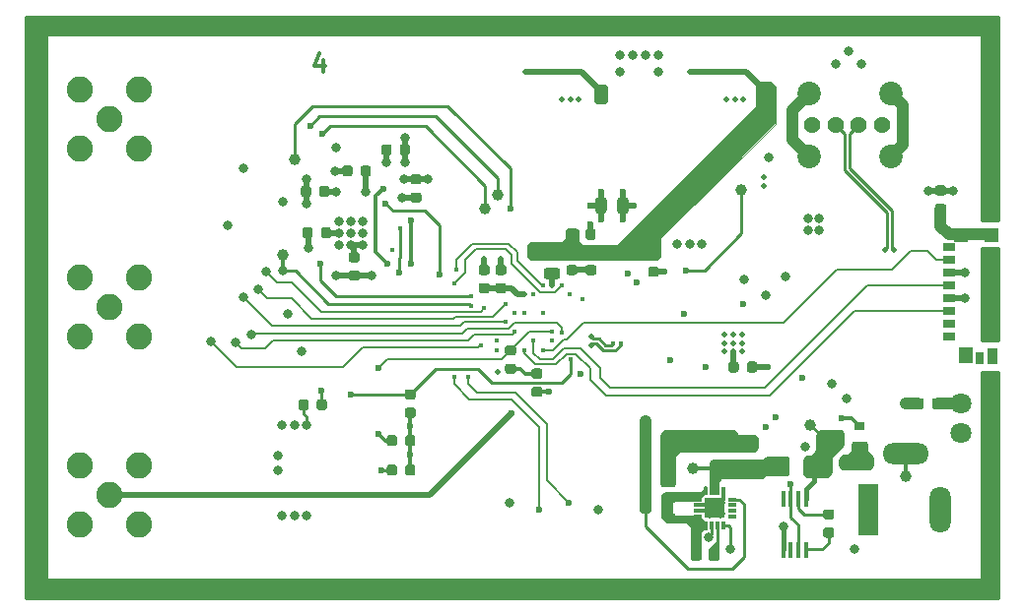
<source format=gbr>
G04 #@! TF.GenerationSoftware,KiCad,Pcbnew,(5.1.6)-1*
G04 #@! TF.CreationDate,2020-07-25T18:11:15+02:00*
G04 #@! TF.ProjectId,PrecisionTimer_RevF,50726563-6973-4696-9f6e-54696d65725f,rev?*
G04 #@! TF.SameCoordinates,Original*
G04 #@! TF.FileFunction,Copper,L4,Bot*
G04 #@! TF.FilePolarity,Positive*
%FSLAX46Y46*%
G04 Gerber Fmt 4.6, Leading zero omitted, Abs format (unit mm)*
G04 Created by KiCad (PCBNEW (5.1.6)-1) date 2020-07-25 18:11:15*
%MOMM*%
%LPD*%
G01*
G04 APERTURE LIST*
G04 #@! TA.AperFunction,NonConductor*
%ADD10C,0.300000*%
G04 #@! TD*
G04 #@! TA.AperFunction,SMDPad,CuDef*
%ADD11C,0.700000*%
G04 #@! TD*
G04 #@! TA.AperFunction,SMDPad,CuDef*
%ADD12R,1.000000X0.700000*%
G04 #@! TD*
G04 #@! TA.AperFunction,SMDPad,CuDef*
%ADD13R,0.900000X1.400000*%
G04 #@! TD*
G04 #@! TA.AperFunction,SMDPad,CuDef*
%ADD14R,0.700000X1.000000*%
G04 #@! TD*
G04 #@! TA.AperFunction,SMDPad,CuDef*
%ADD15R,1.200000X1.450000*%
G04 #@! TD*
G04 #@! TA.AperFunction,SMDPad,CuDef*
%ADD16R,1.200000X1.150000*%
G04 #@! TD*
G04 #@! TA.AperFunction,SMDPad,CuDef*
%ADD17R,0.450000X1.400000*%
G04 #@! TD*
G04 #@! TA.AperFunction,SMDPad,CuDef*
%ADD18R,0.900000X0.800000*%
G04 #@! TD*
G04 #@! TA.AperFunction,SMDPad,CuDef*
%ADD19C,1.000000*%
G04 #@! TD*
G04 #@! TA.AperFunction,ComponentPad*
%ADD20R,1.800000X4.400000*%
G04 #@! TD*
G04 #@! TA.AperFunction,ComponentPad*
%ADD21O,1.800000X4.000000*%
G04 #@! TD*
G04 #@! TA.AperFunction,ComponentPad*
%ADD22O,4.000000X1.800000*%
G04 #@! TD*
G04 #@! TA.AperFunction,ComponentPad*
%ADD23C,1.800000*%
G04 #@! TD*
G04 #@! TA.AperFunction,ComponentPad*
%ADD24C,2.025000*%
G04 #@! TD*
G04 #@! TA.AperFunction,ComponentPad*
%ADD25C,1.431000*%
G04 #@! TD*
G04 #@! TA.AperFunction,SMDPad,CuDef*
%ADD26R,1.800000X1.800000*%
G04 #@! TD*
G04 #@! TA.AperFunction,SMDPad,CuDef*
%ADD27R,0.750000X0.300000*%
G04 #@! TD*
G04 #@! TA.AperFunction,SMDPad,CuDef*
%ADD28R,0.300000X0.750000*%
G04 #@! TD*
G04 #@! TA.AperFunction,ComponentPad*
%ADD29C,2.250000*%
G04 #@! TD*
G04 #@! TA.AperFunction,ViaPad*
%ADD30C,0.600000*%
G04 #@! TD*
G04 #@! TA.AperFunction,ViaPad*
%ADD31C,0.500000*%
G04 #@! TD*
G04 #@! TA.AperFunction,ViaPad*
%ADD32C,0.800000*%
G04 #@! TD*
G04 #@! TA.AperFunction,ViaPad*
%ADD33C,0.450000*%
G04 #@! TD*
G04 #@! TA.AperFunction,Conductor*
%ADD34C,0.500000*%
G04 #@! TD*
G04 #@! TA.AperFunction,Conductor*
%ADD35C,0.250000*%
G04 #@! TD*
G04 #@! TA.AperFunction,Conductor*
%ADD36C,0.300000*%
G04 #@! TD*
G04 #@! TA.AperFunction,Conductor*
%ADD37C,0.350000*%
G04 #@! TD*
G04 #@! TA.AperFunction,Conductor*
%ADD38C,0.200000*%
G04 #@! TD*
G04 #@! TA.AperFunction,Conductor*
%ADD39C,1.000000*%
G04 #@! TD*
G04 #@! TA.AperFunction,Conductor*
%ADD40C,0.400000*%
G04 #@! TD*
G04 #@! TA.AperFunction,Conductor*
%ADD41C,0.254000*%
G04 #@! TD*
G04 #@! TA.AperFunction,Conductor*
%ADD42C,0.025400*%
G04 #@! TD*
G04 APERTURE END LIST*
D10*
X114865114Y-56142771D02*
X114865114Y-57142771D01*
X114507971Y-55571342D02*
X114150828Y-56642771D01*
X115079400Y-56642771D01*
G04 #@! TA.AperFunction,SMDPad,CuDef*
G36*
G01*
X130718850Y-82277700D02*
X131231350Y-82277700D01*
G75*
G02*
X131450100Y-82496450I0J-218750D01*
G01*
X131450100Y-82933950D01*
G75*
G02*
X131231350Y-83152700I-218750J0D01*
G01*
X130718850Y-83152700D01*
G75*
G02*
X130500100Y-82933950I0J218750D01*
G01*
X130500100Y-82496450D01*
G75*
G02*
X130718850Y-82277700I218750J0D01*
G01*
G37*
G04 #@! TD.AperFunction*
G04 #@! TA.AperFunction,SMDPad,CuDef*
G36*
G01*
X130718850Y-80702700D02*
X131231350Y-80702700D01*
G75*
G02*
X131450100Y-80921450I0J-218750D01*
G01*
X131450100Y-81358950D01*
G75*
G02*
X131231350Y-81577700I-218750J0D01*
G01*
X130718850Y-81577700D01*
G75*
G02*
X130500100Y-81358950I0J218750D01*
G01*
X130500100Y-80921450D01*
G75*
G02*
X130718850Y-80702700I218750J0D01*
G01*
G37*
G04 #@! TD.AperFunction*
G04 #@! TA.AperFunction,SMDPad,CuDef*
G36*
G01*
X132979450Y-84271600D02*
X133491950Y-84271600D01*
G75*
G02*
X133710700Y-84490350I0J-218750D01*
G01*
X133710700Y-84927850D01*
G75*
G02*
X133491950Y-85146600I-218750J0D01*
G01*
X132979450Y-85146600D01*
G75*
G02*
X132760700Y-84927850I0J218750D01*
G01*
X132760700Y-84490350D01*
G75*
G02*
X132979450Y-84271600I218750J0D01*
G01*
G37*
G04 #@! TD.AperFunction*
G04 #@! TA.AperFunction,SMDPad,CuDef*
G36*
G01*
X132979450Y-82696600D02*
X133491950Y-82696600D01*
G75*
G02*
X133710700Y-82915350I0J-218750D01*
G01*
X133710700Y-83352850D01*
G75*
G02*
X133491950Y-83571600I-218750J0D01*
G01*
X132979450Y-83571600D01*
G75*
G02*
X132760700Y-83352850I0J218750D01*
G01*
X132760700Y-82915350D01*
G75*
G02*
X132979450Y-82696600I218750J0D01*
G01*
G37*
G04 #@! TD.AperFunction*
D11*
X145592800Y-95707200D03*
D12*
X168619800Y-72267800D03*
X168619800Y-73367800D03*
X168619800Y-74467800D03*
X168619800Y-75567800D03*
X168619800Y-76667800D03*
X168619800Y-77767800D03*
X168619800Y-78867800D03*
X168619800Y-79967800D03*
D13*
X172409800Y-81617800D03*
D14*
X171259800Y-81817800D03*
D15*
X170109800Y-81592800D03*
D16*
X172259800Y-71192800D03*
X169669800Y-71192800D03*
G04 #@! TA.AperFunction,SMDPad,CuDef*
G36*
G01*
X113619800Y-85570350D02*
X113619800Y-86082850D01*
G75*
G02*
X113401050Y-86301600I-218750J0D01*
G01*
X112963550Y-86301600D01*
G75*
G02*
X112744800Y-86082850I0J218750D01*
G01*
X112744800Y-85570350D01*
G75*
G02*
X112963550Y-85351600I218750J0D01*
G01*
X113401050Y-85351600D01*
G75*
G02*
X113619800Y-85570350I0J-218750D01*
G01*
G37*
G04 #@! TD.AperFunction*
G04 #@! TA.AperFunction,SMDPad,CuDef*
G36*
G01*
X115194800Y-85570350D02*
X115194800Y-86082850D01*
G75*
G02*
X114976050Y-86301600I-218750J0D01*
G01*
X114538550Y-86301600D01*
G75*
G02*
X114319800Y-86082850I0J218750D01*
G01*
X114319800Y-85570350D01*
G75*
G02*
X114538550Y-85351600I218750J0D01*
G01*
X114976050Y-85351600D01*
G75*
G02*
X115194800Y-85570350I0J-218750D01*
G01*
G37*
G04 #@! TD.AperFunction*
G04 #@! TA.AperFunction,SMDPad,CuDef*
G36*
G01*
X121914400Y-91696250D02*
X121914400Y-91183750D01*
G75*
G02*
X122133150Y-90965000I218750J0D01*
G01*
X122570650Y-90965000D01*
G75*
G02*
X122789400Y-91183750I0J-218750D01*
G01*
X122789400Y-91696250D01*
G75*
G02*
X122570650Y-91915000I-218750J0D01*
G01*
X122133150Y-91915000D01*
G75*
G02*
X121914400Y-91696250I0J218750D01*
G01*
G37*
G04 #@! TD.AperFunction*
G04 #@! TA.AperFunction,SMDPad,CuDef*
G36*
G01*
X120339400Y-91696250D02*
X120339400Y-91183750D01*
G75*
G02*
X120558150Y-90965000I218750J0D01*
G01*
X120995650Y-90965000D01*
G75*
G02*
X121214400Y-91183750I0J-218750D01*
G01*
X121214400Y-91696250D01*
G75*
G02*
X120995650Y-91915000I-218750J0D01*
G01*
X120558150Y-91915000D01*
G75*
G02*
X120339400Y-91696250I0J218750D01*
G01*
G37*
G04 #@! TD.AperFunction*
G04 #@! TA.AperFunction,SMDPad,CuDef*
G36*
G01*
X121914400Y-89156250D02*
X121914400Y-88643750D01*
G75*
G02*
X122133150Y-88425000I218750J0D01*
G01*
X122570650Y-88425000D01*
G75*
G02*
X122789400Y-88643750I0J-218750D01*
G01*
X122789400Y-89156250D01*
G75*
G02*
X122570650Y-89375000I-218750J0D01*
G01*
X122133150Y-89375000D01*
G75*
G02*
X121914400Y-89156250I0J218750D01*
G01*
G37*
G04 #@! TD.AperFunction*
G04 #@! TA.AperFunction,SMDPad,CuDef*
G36*
G01*
X120339400Y-89156250D02*
X120339400Y-88643750D01*
G75*
G02*
X120558150Y-88425000I218750J0D01*
G01*
X120995650Y-88425000D01*
G75*
G02*
X121214400Y-88643750I0J-218750D01*
G01*
X121214400Y-89156250D01*
G75*
G02*
X120995650Y-89375000I-218750J0D01*
G01*
X120558150Y-89375000D01*
G75*
G02*
X120339400Y-89156250I0J218750D01*
G01*
G37*
G04 #@! TD.AperFunction*
G04 #@! TA.AperFunction,SMDPad,CuDef*
G36*
G01*
X122095550Y-86075000D02*
X122608050Y-86075000D01*
G75*
G02*
X122826800Y-86293750I0J-218750D01*
G01*
X122826800Y-86731250D01*
G75*
G02*
X122608050Y-86950000I-218750J0D01*
G01*
X122095550Y-86950000D01*
G75*
G02*
X121876800Y-86731250I0J218750D01*
G01*
X121876800Y-86293750D01*
G75*
G02*
X122095550Y-86075000I218750J0D01*
G01*
G37*
G04 #@! TD.AperFunction*
G04 #@! TA.AperFunction,SMDPad,CuDef*
G36*
G01*
X122095550Y-84500000D02*
X122608050Y-84500000D01*
G75*
G02*
X122826800Y-84718750I0J-218750D01*
G01*
X122826800Y-85156250D01*
G75*
G02*
X122608050Y-85375000I-218750J0D01*
G01*
X122095550Y-85375000D01*
G75*
G02*
X121876800Y-85156250I0J218750D01*
G01*
X121876800Y-84718750D01*
G75*
G02*
X122095550Y-84500000I218750J0D01*
G01*
G37*
G04 #@! TD.AperFunction*
G04 #@! TA.AperFunction,SMDPad,CuDef*
G36*
G01*
X134974650Y-73133800D02*
X134062150Y-73133800D01*
G75*
G02*
X133818400Y-72890050I0J243750D01*
G01*
X133818400Y-72402550D01*
G75*
G02*
X134062150Y-72158800I243750J0D01*
G01*
X134974650Y-72158800D01*
G75*
G02*
X135218400Y-72402550I0J-243750D01*
G01*
X135218400Y-72890050D01*
G75*
G02*
X134974650Y-73133800I-243750J0D01*
G01*
G37*
G04 #@! TD.AperFunction*
G04 #@! TA.AperFunction,SMDPad,CuDef*
G36*
G01*
X134974650Y-75008800D02*
X134062150Y-75008800D01*
G75*
G02*
X133818400Y-74765050I0J243750D01*
G01*
X133818400Y-74277550D01*
G75*
G02*
X134062150Y-74033800I243750J0D01*
G01*
X134974650Y-74033800D01*
G75*
G02*
X135218400Y-74277550I0J-243750D01*
G01*
X135218400Y-74765050D01*
G75*
G02*
X134974650Y-75008800I-243750J0D01*
G01*
G37*
G04 #@! TD.AperFunction*
G04 #@! TA.AperFunction,SMDPad,CuDef*
G36*
G01*
X136501850Y-73081400D02*
X135989350Y-73081400D01*
G75*
G02*
X135770600Y-72862650I0J218750D01*
G01*
X135770600Y-72425150D01*
G75*
G02*
X135989350Y-72206400I218750J0D01*
G01*
X136501850Y-72206400D01*
G75*
G02*
X136720600Y-72425150I0J-218750D01*
G01*
X136720600Y-72862650D01*
G75*
G02*
X136501850Y-73081400I-218750J0D01*
G01*
G37*
G04 #@! TD.AperFunction*
G04 #@! TA.AperFunction,SMDPad,CuDef*
G36*
G01*
X136501850Y-74656400D02*
X135989350Y-74656400D01*
G75*
G02*
X135770600Y-74437650I0J218750D01*
G01*
X135770600Y-74000150D01*
G75*
G02*
X135989350Y-73781400I218750J0D01*
G01*
X136501850Y-73781400D01*
G75*
G02*
X136720600Y-74000150I0J-218750D01*
G01*
X136720600Y-74437650D01*
G75*
G02*
X136501850Y-74656400I-218750J0D01*
G01*
G37*
G04 #@! TD.AperFunction*
G04 #@! TA.AperFunction,SMDPad,CuDef*
G36*
G01*
X136708400Y-70914550D02*
X136708400Y-71427050D01*
G75*
G02*
X136489650Y-71645800I-218750J0D01*
G01*
X136052150Y-71645800D01*
G75*
G02*
X135833400Y-71427050I0J218750D01*
G01*
X135833400Y-70914550D01*
G75*
G02*
X136052150Y-70695800I218750J0D01*
G01*
X136489650Y-70695800D01*
G75*
G02*
X136708400Y-70914550I0J-218750D01*
G01*
G37*
G04 #@! TD.AperFunction*
G04 #@! TA.AperFunction,SMDPad,CuDef*
G36*
G01*
X138283400Y-70914550D02*
X138283400Y-71427050D01*
G75*
G02*
X138064650Y-71645800I-218750J0D01*
G01*
X137627150Y-71645800D01*
G75*
G02*
X137408400Y-71427050I0J218750D01*
G01*
X137408400Y-70914550D01*
G75*
G02*
X137627150Y-70695800I218750J0D01*
G01*
X138064650Y-70695800D01*
G75*
G02*
X138283400Y-70914550I0J-218750D01*
G01*
G37*
G04 #@! TD.AperFunction*
G04 #@! TA.AperFunction,SMDPad,CuDef*
G36*
G01*
X142999750Y-73933800D02*
X143512250Y-73933800D01*
G75*
G02*
X143731000Y-74152550I0J-218750D01*
G01*
X143731000Y-74590050D01*
G75*
G02*
X143512250Y-74808800I-218750J0D01*
G01*
X142999750Y-74808800D01*
G75*
G02*
X142781000Y-74590050I0J218750D01*
G01*
X142781000Y-74152550D01*
G75*
G02*
X142999750Y-73933800I218750J0D01*
G01*
G37*
G04 #@! TD.AperFunction*
G04 #@! TA.AperFunction,SMDPad,CuDef*
G36*
G01*
X142999750Y-72358800D02*
X143512250Y-72358800D01*
G75*
G02*
X143731000Y-72577550I0J-218750D01*
G01*
X143731000Y-73015050D01*
G75*
G02*
X143512250Y-73233800I-218750J0D01*
G01*
X142999750Y-73233800D01*
G75*
G02*
X142781000Y-73015050I0J218750D01*
G01*
X142781000Y-72577550D01*
G75*
G02*
X142999750Y-72358800I218750J0D01*
G01*
G37*
G04 #@! TD.AperFunction*
G04 #@! TA.AperFunction,SMDPad,CuDef*
G36*
G01*
X140124600Y-69137850D02*
X140124600Y-68225350D01*
G75*
G02*
X140368350Y-67981600I243750J0D01*
G01*
X140855850Y-67981600D01*
G75*
G02*
X141099600Y-68225350I0J-243750D01*
G01*
X141099600Y-69137850D01*
G75*
G02*
X140855850Y-69381600I-243750J0D01*
G01*
X140368350Y-69381600D01*
G75*
G02*
X140124600Y-69137850I0J243750D01*
G01*
G37*
G04 #@! TD.AperFunction*
G04 #@! TA.AperFunction,SMDPad,CuDef*
G36*
G01*
X138249600Y-69137850D02*
X138249600Y-68225350D01*
G75*
G02*
X138493350Y-67981600I243750J0D01*
G01*
X138980850Y-67981600D01*
G75*
G02*
X139224600Y-68225350I0J-243750D01*
G01*
X139224600Y-69137850D01*
G75*
G02*
X138980850Y-69381600I-243750J0D01*
G01*
X138493350Y-69381600D01*
G75*
G02*
X138249600Y-69137850I0J243750D01*
G01*
G37*
G04 #@! TD.AperFunction*
G04 #@! TA.AperFunction,SMDPad,CuDef*
G36*
G01*
X128958050Y-74656200D02*
X128445550Y-74656200D01*
G75*
G02*
X128226800Y-74437450I0J218750D01*
G01*
X128226800Y-73999950D01*
G75*
G02*
X128445550Y-73781200I218750J0D01*
G01*
X128958050Y-73781200D01*
G75*
G02*
X129176800Y-73999950I0J-218750D01*
G01*
X129176800Y-74437450D01*
G75*
G02*
X128958050Y-74656200I-218750J0D01*
G01*
G37*
G04 #@! TD.AperFunction*
G04 #@! TA.AperFunction,SMDPad,CuDef*
G36*
G01*
X128958050Y-76231200D02*
X128445550Y-76231200D01*
G75*
G02*
X128226800Y-76012450I0J218750D01*
G01*
X128226800Y-75574950D01*
G75*
G02*
X128445550Y-75356200I218750J0D01*
G01*
X128958050Y-75356200D01*
G75*
G02*
X129176800Y-75574950I0J-218750D01*
G01*
X129176800Y-76012450D01*
G75*
G02*
X128958050Y-76231200I-218750J0D01*
G01*
G37*
G04 #@! TD.AperFunction*
D17*
X156346800Y-93888200D03*
X155696800Y-93888200D03*
X155046800Y-93888200D03*
X154396800Y-93888200D03*
X154396800Y-98288200D03*
X155046800Y-98288200D03*
X155696800Y-98288200D03*
X156346800Y-98288200D03*
D18*
X158943800Y-88595200D03*
X160943800Y-89545200D03*
X160943800Y-87645200D03*
G04 #@! TA.AperFunction,SMDPad,CuDef*
G36*
G01*
X137614950Y-73781400D02*
X138127450Y-73781400D01*
G75*
G02*
X138346200Y-74000150I0J-218750D01*
G01*
X138346200Y-74437650D01*
G75*
G02*
X138127450Y-74656400I-218750J0D01*
G01*
X137614950Y-74656400D01*
G75*
G02*
X137396200Y-74437650I0J218750D01*
G01*
X137396200Y-74000150D01*
G75*
G02*
X137614950Y-73781400I218750J0D01*
G01*
G37*
G04 #@! TD.AperFunction*
G04 #@! TA.AperFunction,SMDPad,CuDef*
G36*
G01*
X137614950Y-72206400D02*
X138127450Y-72206400D01*
G75*
G02*
X138346200Y-72425150I0J-218750D01*
G01*
X138346200Y-72862650D01*
G75*
G02*
X138127450Y-73081400I-218750J0D01*
G01*
X137614950Y-73081400D01*
G75*
G02*
X137396200Y-72862650I0J218750D01*
G01*
X137396200Y-72425150D01*
G75*
G02*
X137614950Y-72206400I218750J0D01*
G01*
G37*
G04 #@! TD.AperFunction*
G04 #@! TA.AperFunction,SMDPad,CuDef*
G36*
G01*
X158549050Y-95687400D02*
X158036550Y-95687400D01*
G75*
G02*
X157817800Y-95468650I0J218750D01*
G01*
X157817800Y-95031150D01*
G75*
G02*
X158036550Y-94812400I218750J0D01*
G01*
X158549050Y-94812400D01*
G75*
G02*
X158767800Y-95031150I0J-218750D01*
G01*
X158767800Y-95468650D01*
G75*
G02*
X158549050Y-95687400I-218750J0D01*
G01*
G37*
G04 #@! TD.AperFunction*
G04 #@! TA.AperFunction,SMDPad,CuDef*
G36*
G01*
X158549050Y-97262400D02*
X158036550Y-97262400D01*
G75*
G02*
X157817800Y-97043650I0J218750D01*
G01*
X157817800Y-96606150D01*
G75*
G02*
X158036550Y-96387400I218750J0D01*
G01*
X158549050Y-96387400D01*
G75*
G02*
X158767800Y-96606150I0J-218750D01*
G01*
X158767800Y-97043650D01*
G75*
G02*
X158549050Y-97262400I-218750J0D01*
G01*
G37*
G04 #@! TD.AperFunction*
G04 #@! TA.AperFunction,SMDPad,CuDef*
G36*
G01*
X156174600Y-91710200D02*
X156174600Y-90560200D01*
G75*
G02*
X156424600Y-90310200I250000J0D01*
G01*
X157524600Y-90310200D01*
G75*
G02*
X157774600Y-90560200I0J-250000D01*
G01*
X157774600Y-91710200D01*
G75*
G02*
X157524600Y-91960200I-250000J0D01*
G01*
X156424600Y-91960200D01*
G75*
G02*
X156174600Y-91710200I0J250000D01*
G01*
G37*
G04 #@! TD.AperFunction*
G04 #@! TA.AperFunction,SMDPad,CuDef*
G36*
G01*
X153324600Y-91710200D02*
X153324600Y-90560200D01*
G75*
G02*
X153574600Y-90310200I250000J0D01*
G01*
X154674600Y-90310200D01*
G75*
G02*
X154924600Y-90560200I0J-250000D01*
G01*
X154924600Y-91710200D01*
G75*
G02*
X154674600Y-91960200I-250000J0D01*
G01*
X153574600Y-91960200D01*
G75*
G02*
X153324600Y-91710200I0J250000D01*
G01*
G37*
G04 #@! TD.AperFunction*
D19*
X164896800Y-91998800D03*
X111417100Y-72923400D03*
X150799800Y-67335400D03*
X112420400Y-64693800D03*
X128752600Y-68961000D03*
X129895600Y-67741800D03*
X146634200Y-91313000D03*
X156743400Y-87579200D03*
D20*
X161696400Y-94818200D03*
D21*
X167894000Y-94818200D03*
D22*
X164896800Y-90018200D03*
G04 #@! TA.AperFunction,SMDPad,CuDef*
G36*
G01*
X129880650Y-75356100D02*
X130393150Y-75356100D01*
G75*
G02*
X130611900Y-75574850I0J-218750D01*
G01*
X130611900Y-76012350D01*
G75*
G02*
X130393150Y-76231100I-218750J0D01*
G01*
X129880650Y-76231100D01*
G75*
G02*
X129661900Y-76012350I0J218750D01*
G01*
X129661900Y-75574850D01*
G75*
G02*
X129880650Y-75356100I218750J0D01*
G01*
G37*
G04 #@! TD.AperFunction*
G04 #@! TA.AperFunction,SMDPad,CuDef*
G36*
G01*
X129880650Y-73781100D02*
X130393150Y-73781100D01*
G75*
G02*
X130611900Y-73999850I0J-218750D01*
G01*
X130611900Y-74437350D01*
G75*
G02*
X130393150Y-74656100I-218750J0D01*
G01*
X129880650Y-74656100D01*
G75*
G02*
X129661900Y-74437350I0J218750D01*
G01*
X129661900Y-73999850D01*
G75*
G02*
X129880650Y-73781100I218750J0D01*
G01*
G37*
G04 #@! TD.AperFunction*
G04 #@! TA.AperFunction,SMDPad,CuDef*
G36*
G01*
X113975400Y-70762150D02*
X113975400Y-71274650D01*
G75*
G02*
X113756650Y-71493400I-218750J0D01*
G01*
X113319150Y-71493400D01*
G75*
G02*
X113100400Y-71274650I0J218750D01*
G01*
X113100400Y-70762150D01*
G75*
G02*
X113319150Y-70543400I218750J0D01*
G01*
X113756650Y-70543400D01*
G75*
G02*
X113975400Y-70762150I0J-218750D01*
G01*
G37*
G04 #@! TD.AperFunction*
G04 #@! TA.AperFunction,SMDPad,CuDef*
G36*
G01*
X115550400Y-70762150D02*
X115550400Y-71274650D01*
G75*
G02*
X115331650Y-71493400I-218750J0D01*
G01*
X114894150Y-71493400D01*
G75*
G02*
X114675400Y-71274650I0J218750D01*
G01*
X114675400Y-70762150D01*
G75*
G02*
X114894150Y-70543400I218750J0D01*
G01*
X115331650Y-70543400D01*
G75*
G02*
X115550400Y-70762150I0J-218750D01*
G01*
G37*
G04 #@! TD.AperFunction*
G04 #@! TA.AperFunction,SMDPad,CuDef*
G36*
G01*
X122578150Y-67558400D02*
X123090650Y-67558400D01*
G75*
G02*
X123309400Y-67777150I0J-218750D01*
G01*
X123309400Y-68214650D01*
G75*
G02*
X123090650Y-68433400I-218750J0D01*
G01*
X122578150Y-68433400D01*
G75*
G02*
X122359400Y-68214650I0J218750D01*
G01*
X122359400Y-67777150D01*
G75*
G02*
X122578150Y-67558400I218750J0D01*
G01*
G37*
G04 #@! TD.AperFunction*
G04 #@! TA.AperFunction,SMDPad,CuDef*
G36*
G01*
X122578150Y-65983400D02*
X123090650Y-65983400D01*
G75*
G02*
X123309400Y-66202150I0J-218750D01*
G01*
X123309400Y-66639650D01*
G75*
G02*
X123090650Y-66858400I-218750J0D01*
G01*
X122578150Y-66858400D01*
G75*
G02*
X122359400Y-66639650I0J218750D01*
G01*
X122359400Y-66202150D01*
G75*
G02*
X122578150Y-65983400I218750J0D01*
G01*
G37*
G04 #@! TD.AperFunction*
G04 #@! TA.AperFunction,SMDPad,CuDef*
G36*
G01*
X151662450Y-89745400D02*
X150749950Y-89745400D01*
G75*
G02*
X150506200Y-89501650I0J243750D01*
G01*
X150506200Y-89014150D01*
G75*
G02*
X150749950Y-88770400I243750J0D01*
G01*
X151662450Y-88770400D01*
G75*
G02*
X151906200Y-89014150I0J-243750D01*
G01*
X151906200Y-89501650D01*
G75*
G02*
X151662450Y-89745400I-243750J0D01*
G01*
G37*
G04 #@! TD.AperFunction*
G04 #@! TA.AperFunction,SMDPad,CuDef*
G36*
G01*
X151662450Y-91620400D02*
X150749950Y-91620400D01*
G75*
G02*
X150506200Y-91376650I0J243750D01*
G01*
X150506200Y-90889150D01*
G75*
G02*
X150749950Y-90645400I243750J0D01*
G01*
X151662450Y-90645400D01*
G75*
G02*
X151906200Y-90889150I0J-243750D01*
G01*
X151906200Y-91376650D01*
G75*
G02*
X151662450Y-91620400I-243750J0D01*
G01*
G37*
G04 #@! TD.AperFunction*
D23*
X169672000Y-85725000D03*
X169672000Y-88265000D03*
D24*
X163620200Y-59027400D03*
X156620200Y-59027400D03*
X163620200Y-64467400D03*
X156620200Y-64467400D03*
D25*
X156890200Y-61747400D03*
X158890200Y-61747400D03*
X160890200Y-61747400D03*
X162890200Y-61747400D03*
G04 #@! TA.AperFunction,SMDPad,CuDef*
G36*
G01*
X168175650Y-67823600D02*
X167663150Y-67823600D01*
G75*
G02*
X167444400Y-67604850I0J218750D01*
G01*
X167444400Y-67167350D01*
G75*
G02*
X167663150Y-66948600I218750J0D01*
G01*
X168175650Y-66948600D01*
G75*
G02*
X168394400Y-67167350I0J-218750D01*
G01*
X168394400Y-67604850D01*
G75*
G02*
X168175650Y-67823600I-218750J0D01*
G01*
G37*
G04 #@! TD.AperFunction*
G04 #@! TA.AperFunction,SMDPad,CuDef*
G36*
G01*
X168175650Y-69398600D02*
X167663150Y-69398600D01*
G75*
G02*
X167444400Y-69179850I0J218750D01*
G01*
X167444400Y-68742350D01*
G75*
G02*
X167663150Y-68523600I218750J0D01*
G01*
X168175650Y-68523600D01*
G75*
G02*
X168394400Y-68742350I0J-218750D01*
G01*
X168394400Y-69179850D01*
G75*
G02*
X168175650Y-69398600I-218750J0D01*
G01*
G37*
G04 #@! TD.AperFunction*
G04 #@! TA.AperFunction,SMDPad,CuDef*
G36*
G01*
X143060000Y-93955550D02*
X143060000Y-94868050D01*
G75*
G02*
X142816250Y-95111800I-243750J0D01*
G01*
X142328750Y-95111800D01*
G75*
G02*
X142085000Y-94868050I0J243750D01*
G01*
X142085000Y-93955550D01*
G75*
G02*
X142328750Y-93711800I243750J0D01*
G01*
X142816250Y-93711800D01*
G75*
G02*
X143060000Y-93955550I0J-243750D01*
G01*
G37*
G04 #@! TD.AperFunction*
G04 #@! TA.AperFunction,SMDPad,CuDef*
G36*
G01*
X144935000Y-93955550D02*
X144935000Y-94868050D01*
G75*
G02*
X144691250Y-95111800I-243750J0D01*
G01*
X144203750Y-95111800D01*
G75*
G02*
X143960000Y-94868050I0J243750D01*
G01*
X143960000Y-93955550D01*
G75*
G02*
X144203750Y-93711800I243750J0D01*
G01*
X144691250Y-93711800D01*
G75*
G02*
X144935000Y-93955550I0J-243750D01*
G01*
G37*
G04 #@! TD.AperFunction*
G04 #@! TA.AperFunction,SMDPad,CuDef*
G36*
G01*
X147325600Y-98524350D02*
X147325600Y-99036850D01*
G75*
G02*
X147106850Y-99255600I-218750J0D01*
G01*
X146669350Y-99255600D01*
G75*
G02*
X146450600Y-99036850I0J218750D01*
G01*
X146450600Y-98524350D01*
G75*
G02*
X146669350Y-98305600I218750J0D01*
G01*
X147106850Y-98305600D01*
G75*
G02*
X147325600Y-98524350I0J-218750D01*
G01*
G37*
G04 #@! TD.AperFunction*
G04 #@! TA.AperFunction,SMDPad,CuDef*
G36*
G01*
X148900600Y-98524350D02*
X148900600Y-99036850D01*
G75*
G02*
X148681850Y-99255600I-218750J0D01*
G01*
X148244350Y-99255600D01*
G75*
G02*
X148025600Y-99036850I0J218750D01*
G01*
X148025600Y-98524350D01*
G75*
G02*
X148244350Y-98305600I218750J0D01*
G01*
X148681850Y-98305600D01*
G75*
G02*
X148900600Y-98524350I0J-218750D01*
G01*
G37*
G04 #@! TD.AperFunction*
D26*
X148513800Y-94716600D03*
D27*
X147013800Y-93966600D03*
X147013800Y-94466600D03*
X147013800Y-94966600D03*
X147013800Y-95466600D03*
D28*
X147763800Y-96216600D03*
X148263800Y-96216600D03*
X148763800Y-96216600D03*
X149263800Y-96216600D03*
D27*
X150013800Y-95466600D03*
X150013800Y-94966600D03*
X150013800Y-94466600D03*
X150013800Y-93966600D03*
D28*
X149263800Y-93216600D03*
X148763800Y-93216600D03*
X148263800Y-93216600D03*
X147763800Y-93216600D03*
G04 #@! TA.AperFunction,SMDPad,CuDef*
G36*
G01*
X148613150Y-90545400D02*
X149125650Y-90545400D01*
G75*
G02*
X149344400Y-90764150I0J-218750D01*
G01*
X149344400Y-91201650D01*
G75*
G02*
X149125650Y-91420400I-218750J0D01*
G01*
X148613150Y-91420400D01*
G75*
G02*
X148394400Y-91201650I0J218750D01*
G01*
X148394400Y-90764150D01*
G75*
G02*
X148613150Y-90545400I218750J0D01*
G01*
G37*
G04 #@! TD.AperFunction*
G04 #@! TA.AperFunction,SMDPad,CuDef*
G36*
G01*
X148613150Y-88970400D02*
X149125650Y-88970400D01*
G75*
G02*
X149344400Y-89189150I0J-218750D01*
G01*
X149344400Y-89626650D01*
G75*
G02*
X149125650Y-89845400I-218750J0D01*
G01*
X148613150Y-89845400D01*
G75*
G02*
X148394400Y-89626650I0J218750D01*
G01*
X148394400Y-89189150D01*
G75*
G02*
X148613150Y-88970400I218750J0D01*
G01*
G37*
G04 #@! TD.AperFunction*
G04 #@! TA.AperFunction,SMDPad,CuDef*
G36*
G01*
X143962300Y-92505850D02*
X143962300Y-91593350D01*
G75*
G02*
X144206050Y-91349600I243750J0D01*
G01*
X144693550Y-91349600D01*
G75*
G02*
X144937300Y-91593350I0J-243750D01*
G01*
X144937300Y-92505850D01*
G75*
G02*
X144693550Y-92749600I-243750J0D01*
G01*
X144206050Y-92749600D01*
G75*
G02*
X143962300Y-92505850I0J243750D01*
G01*
G37*
G04 #@! TD.AperFunction*
G04 #@! TA.AperFunction,SMDPad,CuDef*
G36*
G01*
X142087300Y-92505850D02*
X142087300Y-91593350D01*
G75*
G02*
X142331050Y-91349600I243750J0D01*
G01*
X142818550Y-91349600D01*
G75*
G02*
X143062300Y-91593350I0J-243750D01*
G01*
X143062300Y-92505850D01*
G75*
G02*
X142818550Y-92749600I-243750J0D01*
G01*
X142331050Y-92749600D01*
G75*
G02*
X142087300Y-92505850I0J243750D01*
G01*
G37*
G04 #@! TD.AperFunction*
G04 #@! TA.AperFunction,SMDPad,CuDef*
G36*
G01*
X143962300Y-90575450D02*
X143962300Y-89662950D01*
G75*
G02*
X144206050Y-89419200I243750J0D01*
G01*
X144693550Y-89419200D01*
G75*
G02*
X144937300Y-89662950I0J-243750D01*
G01*
X144937300Y-90575450D01*
G75*
G02*
X144693550Y-90819200I-243750J0D01*
G01*
X144206050Y-90819200D01*
G75*
G02*
X143962300Y-90575450I0J243750D01*
G01*
G37*
G04 #@! TD.AperFunction*
G04 #@! TA.AperFunction,SMDPad,CuDef*
G36*
G01*
X142087300Y-90575450D02*
X142087300Y-89662950D01*
G75*
G02*
X142331050Y-89419200I243750J0D01*
G01*
X142818550Y-89419200D01*
G75*
G02*
X143062300Y-89662950I0J-243750D01*
G01*
X143062300Y-90575450D01*
G75*
G02*
X142818550Y-90819200I-243750J0D01*
G01*
X142331050Y-90819200D01*
G75*
G02*
X142087300Y-90575450I0J243750D01*
G01*
G37*
G04 #@! TD.AperFunction*
D29*
X96507300Y-61239400D03*
X99047300Y-58699400D03*
X93967300Y-58699400D03*
X93967300Y-63779400D03*
X99047300Y-63779400D03*
X96532700Y-77419200D03*
X99072700Y-74879200D03*
X93992700Y-74879200D03*
X93992700Y-79959200D03*
X99072700Y-79959200D03*
X96532700Y-93599000D03*
X99072700Y-91059000D03*
X93992700Y-91059000D03*
X93992700Y-96139000D03*
X99072700Y-96139000D03*
G04 #@! TA.AperFunction,SMDPad,CuDef*
G36*
G01*
X151276800Y-82831650D02*
X151276800Y-82319150D01*
G75*
G02*
X151495550Y-82100400I218750J0D01*
G01*
X151933050Y-82100400D01*
G75*
G02*
X152151800Y-82319150I0J-218750D01*
G01*
X152151800Y-82831650D01*
G75*
G02*
X151933050Y-83050400I-218750J0D01*
G01*
X151495550Y-83050400D01*
G75*
G02*
X151276800Y-82831650I0J218750D01*
G01*
G37*
G04 #@! TD.AperFunction*
G04 #@! TA.AperFunction,SMDPad,CuDef*
G36*
G01*
X149701800Y-82831650D02*
X149701800Y-82319150D01*
G75*
G02*
X149920550Y-82100400I218750J0D01*
G01*
X150358050Y-82100400D01*
G75*
G02*
X150576800Y-82319150I0J-218750D01*
G01*
X150576800Y-82831650D01*
G75*
G02*
X150358050Y-83050400I-218750J0D01*
G01*
X149920550Y-83050400D01*
G75*
G02*
X149701800Y-82831650I0J218750D01*
G01*
G37*
G04 #@! TD.AperFunction*
G04 #@! TA.AperFunction,SMDPad,CuDef*
G36*
G01*
X114523000Y-67718650D02*
X114523000Y-67206150D01*
G75*
G02*
X114741750Y-66987400I218750J0D01*
G01*
X115179250Y-66987400D01*
G75*
G02*
X115398000Y-67206150I0J-218750D01*
G01*
X115398000Y-67718650D01*
G75*
G02*
X115179250Y-67937400I-218750J0D01*
G01*
X114741750Y-67937400D01*
G75*
G02*
X114523000Y-67718650I0J218750D01*
G01*
G37*
G04 #@! TD.AperFunction*
G04 #@! TA.AperFunction,SMDPad,CuDef*
G36*
G01*
X112948000Y-67718650D02*
X112948000Y-67206150D01*
G75*
G02*
X113166750Y-66987400I218750J0D01*
G01*
X113604250Y-66987400D01*
G75*
G02*
X113823000Y-67206150I0J-218750D01*
G01*
X113823000Y-67718650D01*
G75*
G02*
X113604250Y-67937400I-218750J0D01*
G01*
X113166750Y-67937400D01*
G75*
G02*
X112948000Y-67718650I0J218750D01*
G01*
G37*
G04 #@! TD.AperFunction*
G04 #@! TA.AperFunction,SMDPad,CuDef*
G36*
G01*
X167177200Y-85981250D02*
X167177200Y-85468750D01*
G75*
G02*
X167395950Y-85250000I218750J0D01*
G01*
X167833450Y-85250000D01*
G75*
G02*
X168052200Y-85468750I0J-218750D01*
G01*
X168052200Y-85981250D01*
G75*
G02*
X167833450Y-86200000I-218750J0D01*
G01*
X167395950Y-86200000D01*
G75*
G02*
X167177200Y-85981250I0J218750D01*
G01*
G37*
G04 #@! TD.AperFunction*
G04 #@! TA.AperFunction,SMDPad,CuDef*
G36*
G01*
X165602200Y-85981250D02*
X165602200Y-85468750D01*
G75*
G02*
X165820950Y-85250000I218750J0D01*
G01*
X166258450Y-85250000D01*
G75*
G02*
X166477200Y-85468750I0J-218750D01*
G01*
X166477200Y-85981250D01*
G75*
G02*
X166258450Y-86200000I-218750J0D01*
G01*
X165820950Y-86200000D01*
G75*
G02*
X165602200Y-85981250I0J218750D01*
G01*
G37*
G04 #@! TD.AperFunction*
G04 #@! TA.AperFunction,SMDPad,CuDef*
G36*
G01*
X120744600Y-63624750D02*
X120744600Y-64137250D01*
G75*
G02*
X120525850Y-64356000I-218750J0D01*
G01*
X120088350Y-64356000D01*
G75*
G02*
X119869600Y-64137250I0J218750D01*
G01*
X119869600Y-63624750D01*
G75*
G02*
X120088350Y-63406000I218750J0D01*
G01*
X120525850Y-63406000D01*
G75*
G02*
X120744600Y-63624750I0J-218750D01*
G01*
G37*
G04 #@! TD.AperFunction*
G04 #@! TA.AperFunction,SMDPad,CuDef*
G36*
G01*
X122319600Y-63624750D02*
X122319600Y-64137250D01*
G75*
G02*
X122100850Y-64356000I-218750J0D01*
G01*
X121663350Y-64356000D01*
G75*
G02*
X121444600Y-64137250I0J218750D01*
G01*
X121444600Y-63624750D01*
G75*
G02*
X121663350Y-63406000I218750J0D01*
G01*
X122100850Y-63406000D01*
G75*
G02*
X122319600Y-63624750I0J-218750D01*
G01*
G37*
G04 #@! TD.AperFunction*
G04 #@! TA.AperFunction,SMDPad,CuDef*
G36*
G01*
X117282250Y-74263900D02*
X117794750Y-74263900D01*
G75*
G02*
X118013500Y-74482650I0J-218750D01*
G01*
X118013500Y-74920150D01*
G75*
G02*
X117794750Y-75138900I-218750J0D01*
G01*
X117282250Y-75138900D01*
G75*
G02*
X117063500Y-74920150I0J218750D01*
G01*
X117063500Y-74482650D01*
G75*
G02*
X117282250Y-74263900I218750J0D01*
G01*
G37*
G04 #@! TD.AperFunction*
G04 #@! TA.AperFunction,SMDPad,CuDef*
G36*
G01*
X117282250Y-72688900D02*
X117794750Y-72688900D01*
G75*
G02*
X118013500Y-72907650I0J-218750D01*
G01*
X118013500Y-73345150D01*
G75*
G02*
X117794750Y-73563900I-218750J0D01*
G01*
X117282250Y-73563900D01*
G75*
G02*
X117063500Y-73345150I0J218750D01*
G01*
X117063500Y-72907650D01*
G75*
G02*
X117282250Y-72688900I218750J0D01*
G01*
G37*
G04 #@! TD.AperFunction*
G04 #@! TA.AperFunction,SMDPad,CuDef*
G36*
G01*
X118091700Y-65966050D02*
X118091700Y-65453550D01*
G75*
G02*
X118310450Y-65234800I218750J0D01*
G01*
X118747950Y-65234800D01*
G75*
G02*
X118966700Y-65453550I0J-218750D01*
G01*
X118966700Y-65966050D01*
G75*
G02*
X118747950Y-66184800I-218750J0D01*
G01*
X118310450Y-66184800D01*
G75*
G02*
X118091700Y-65966050I0J218750D01*
G01*
G37*
G04 #@! TD.AperFunction*
G04 #@! TA.AperFunction,SMDPad,CuDef*
G36*
G01*
X116516700Y-65966050D02*
X116516700Y-65453550D01*
G75*
G02*
X116735450Y-65234800I218750J0D01*
G01*
X117172950Y-65234800D01*
G75*
G02*
X117391700Y-65453550I0J-218750D01*
G01*
X117391700Y-65966050D01*
G75*
G02*
X117172950Y-66184800I-218750J0D01*
G01*
X116735450Y-66184800D01*
G75*
G02*
X116516700Y-65966050I0J218750D01*
G01*
G37*
G04 #@! TD.AperFunction*
D30*
X131064000Y-86588600D03*
X141008100Y-74498200D03*
X141833600Y-75323700D03*
D31*
X150279100Y-59537600D03*
X150964900Y-59537600D03*
X149542500Y-59537600D03*
D32*
X94818200Y-53162200D03*
X92557600Y-53162200D03*
X97078800Y-53162200D03*
X110286800Y-53136800D03*
X112420400Y-53136800D03*
X103682800Y-53136800D03*
X108102400Y-53136800D03*
X105892600Y-53136800D03*
X101523800Y-53136800D03*
X116611400Y-53136800D03*
X118778800Y-53136800D03*
X120998800Y-53136800D03*
D31*
X150876000Y-79756000D03*
X150139400Y-79756000D03*
X150876000Y-80518000D03*
X150139400Y-80518000D03*
X150139400Y-81254600D03*
X149377400Y-80518000D03*
X150876000Y-81254600D03*
X149377400Y-81254600D03*
X149377400Y-79756000D03*
X152730200Y-66192400D03*
X152730200Y-66954400D03*
D32*
X172148500Y-90618000D03*
X172148500Y-88398000D03*
X172148500Y-97278600D03*
X172148500Y-92838600D03*
X172148500Y-99498600D03*
X172148500Y-95058600D03*
X148971000Y-94259400D03*
X148971000Y-95173800D03*
X148056600Y-95173800D03*
X148056600Y-94259400D03*
X146342100Y-71996300D03*
X147383500Y-71996300D03*
X145288000Y-71996300D03*
X101523800Y-101676200D03*
X103682800Y-101676200D03*
X105816400Y-101676200D03*
X107924600Y-101676200D03*
X110032800Y-101676200D03*
X172147700Y-101676200D03*
X172147700Y-64360050D03*
X172147700Y-62115400D03*
X172147700Y-59870750D03*
X172147700Y-57626100D03*
X172147700Y-55381450D03*
X172147700Y-53136800D03*
X169838800Y-53136800D03*
X167618800Y-53136800D03*
X165398800Y-53136800D03*
X163178800Y-53136800D03*
X160958800Y-53136800D03*
X158738800Y-53136800D03*
X156518800Y-53136800D03*
X154298800Y-53136800D03*
X152078800Y-53136800D03*
X149858800Y-53136800D03*
X147638800Y-53136800D03*
X145418800Y-53136800D03*
X143198800Y-53136800D03*
X140978800Y-53136800D03*
X138758800Y-53136800D03*
X136538800Y-53136800D03*
X134318800Y-53136800D03*
X132098800Y-53136800D03*
X129878800Y-53136800D03*
X127658800Y-53136800D03*
X125438800Y-53136800D03*
X123218800Y-53136800D03*
X116268500Y-70002400D03*
X117284500Y-70002400D03*
X117284500Y-72034400D03*
X116268500Y-72034400D03*
X116268500Y-71018400D03*
X117284500Y-71018400D03*
X118300500Y-72034400D03*
X118300500Y-71018400D03*
X118300500Y-70002400D03*
X108030700Y-65489400D03*
D31*
X135394700Y-59537600D03*
X136131300Y-59537600D03*
X136817100Y-59537600D03*
D32*
X143637000Y-57137300D03*
X140360400Y-57137300D03*
X143637000Y-55765700D03*
X140360400Y-55765700D03*
X141452600Y-55765700D03*
X142544800Y-55765700D03*
X106680000Y-70383400D03*
X113398300Y-66395600D03*
X123888500Y-66395600D03*
X113449100Y-95377000D03*
X110972600Y-91440000D03*
X113398300Y-68529200D03*
X121780300Y-66421000D03*
X110972600Y-90170000D03*
X111340900Y-95377000D03*
X112382300Y-95377000D03*
X114338800Y-101676200D03*
X116558800Y-101676200D03*
X138758800Y-101676200D03*
X163178800Y-101676200D03*
X158738800Y-101676200D03*
X120998800Y-101676200D03*
X154298800Y-101676200D03*
X118778800Y-101676200D03*
X129878800Y-101676200D03*
X149858800Y-101676200D03*
X132098800Y-101676200D03*
X169838800Y-101676200D03*
X152078800Y-101676200D03*
X143198800Y-101676200D03*
X165398800Y-101676200D03*
X127658800Y-101676200D03*
X156518800Y-101676200D03*
X134318800Y-101676200D03*
X136538800Y-101676200D03*
X145418800Y-101676200D03*
X140978800Y-101676200D03*
X123218800Y-101676200D03*
X147638800Y-101676200D03*
X167618800Y-101676200D03*
X125438800Y-101676200D03*
X160958800Y-101676200D03*
X172148500Y-66675000D03*
X172148500Y-69011800D03*
X172148500Y-83947000D03*
X172148500Y-86156800D03*
X158597600Y-84023200D03*
X160020000Y-55422800D03*
X161137600Y-56489600D03*
X158927800Y-56489600D03*
X159816800Y-85267800D03*
X130911600Y-94234000D03*
X115963700Y-63677800D03*
X121881900Y-64973200D03*
X121881900Y-62865000D03*
X154584400Y-74777600D03*
D31*
X137058400Y-74218800D03*
D32*
X168986200Y-67386200D03*
X166878000Y-67386200D03*
D30*
X144653000Y-82016600D03*
D32*
X145669000Y-88950800D03*
X146659600Y-88950800D03*
X147650200Y-88950800D03*
X115887500Y-65735200D03*
X90233500Y-55499000D03*
X90233500Y-57810400D03*
X90233500Y-60147200D03*
X90233500Y-62507600D03*
X90233500Y-64807600D03*
X90233500Y-67107600D03*
X90233500Y-69407600D03*
X90233500Y-71707600D03*
X90233500Y-74007600D03*
X90233500Y-76307600D03*
X90233500Y-78607600D03*
X90233500Y-80907600D03*
X90233500Y-83207600D03*
X90233500Y-85507600D03*
X90233500Y-87807600D03*
X90233500Y-90107600D03*
X90233500Y-92407600D03*
X90233500Y-94707600D03*
X90233500Y-97007600D03*
X90233500Y-99307600D03*
X112115600Y-101676200D03*
X114503200Y-53136800D03*
X99390200Y-53162200D03*
X99390200Y-101676200D03*
X170002200Y-74472800D03*
X160477200Y-98196404D03*
X97078800Y-101676200D03*
X94818200Y-101676200D03*
X92557600Y-101676200D03*
X90233500Y-101676200D03*
X90233500Y-53162200D03*
D33*
X129743200Y-80314800D03*
D30*
X140614400Y-67513200D03*
X141579600Y-68681600D03*
X140614400Y-69875400D03*
X137820400Y-70307200D03*
D33*
X136042400Y-76314300D03*
D30*
X145884900Y-78041500D03*
D32*
X153136600Y-64541400D03*
X150990400Y-75006100D03*
X152882600Y-76352400D03*
X172148500Y-79540100D03*
X172148500Y-77520800D03*
X172148500Y-75514200D03*
X172148500Y-73507600D03*
D30*
X152882600Y-87718900D03*
X153708100Y-86893400D03*
X156032202Y-83489800D03*
D32*
X156260800Y-89408000D03*
D33*
X133731000Y-77927200D03*
D32*
X113004600Y-81229200D03*
D30*
X144195800Y-74396600D03*
D31*
X130124200Y-73279000D03*
X128701800Y-73279000D03*
D30*
X134277100Y-84709000D03*
D33*
X130556000Y-77114400D03*
D32*
X109296200Y-75895200D03*
X108661200Y-79806800D03*
D33*
X135407400Y-79578200D03*
X130556000Y-78714600D03*
D32*
X107998500Y-76532500D03*
X107340400Y-80441800D03*
D33*
X131343400Y-79527400D03*
D32*
X105232200Y-80391000D03*
D33*
X128397000Y-80695800D03*
D32*
X109943900Y-74320400D03*
D33*
X128701800Y-77520800D03*
D32*
X111417100Y-74295000D03*
D33*
X127584200Y-77292200D03*
D32*
X156514800Y-69824600D03*
X157480000Y-69824600D03*
X157474800Y-70795000D03*
X156514800Y-70789800D03*
X142570200Y-88696800D03*
X142570200Y-87249000D03*
D30*
X159410400Y-86969600D03*
X155041600Y-92684600D03*
X120002300Y-67233800D03*
X120357900Y-73647300D03*
X114731800Y-84632800D03*
X119862600Y-91440000D03*
X122440702Y-73647302D03*
X119659400Y-88366600D03*
X119659400Y-82651600D03*
D33*
X134543800Y-79502000D03*
D30*
X122440700Y-69951600D03*
X117218700Y-84939900D03*
D33*
X136144000Y-81915000D03*
D30*
X121361200Y-74422000D03*
D33*
X121513600Y-70662800D03*
D32*
X148005800Y-97256600D03*
X149758400Y-91770200D03*
X154444700Y-96329500D03*
X159766000Y-90728800D03*
X161544000Y-90728800D03*
X160655000Y-90728800D03*
D30*
X150799800Y-67335400D03*
X145999200Y-74269600D03*
X133451600Y-94818200D03*
D33*
X135356600Y-75514200D03*
X126136400Y-83439000D03*
X126136400Y-75361800D03*
D30*
X135991600Y-94234000D03*
D33*
X133731000Y-75514200D03*
X127304800Y-83439000D03*
X126288800Y-74168000D03*
D31*
X163175200Y-72466200D03*
X163875200Y-72466200D03*
X137887752Y-80683431D03*
D33*
X140431400Y-80543400D03*
D31*
X137887752Y-79983431D03*
D33*
X139781400Y-80543400D03*
D30*
X114617500Y-73710800D03*
D33*
X127584200Y-76454000D03*
D30*
X112420400Y-64693800D03*
X130962400Y-68961000D03*
X129895600Y-67741800D03*
X113753900Y-61798200D03*
X128752600Y-68961000D03*
X114833400Y-62522100D03*
D32*
X149860000Y-98247200D03*
D30*
X124841000Y-74599800D03*
X120243600Y-68478400D03*
D31*
X146418300Y-57200800D03*
X152552400Y-59715400D03*
X153238200Y-59728100D03*
X153238200Y-58534300D03*
X152552400Y-59131200D03*
X153238200Y-59131200D03*
X152552400Y-58534300D03*
D33*
X129743200Y-81114900D03*
X131343400Y-77914500D03*
D30*
X132842000Y-72948800D03*
X132842000Y-72212200D03*
D33*
X134543800Y-80314800D03*
D32*
X111340900Y-87528400D03*
X112407700Y-87528400D03*
X113449100Y-87528400D03*
X113601500Y-72288400D03*
X116014500Y-74701400D03*
X119062500Y-74701400D03*
X120307100Y-64973200D03*
D31*
X132245100Y-57175400D03*
D32*
X111391700Y-68351400D03*
X111823500Y-78003400D03*
X116014372Y-67462400D03*
X118529100Y-67462400D03*
X121678700Y-67995800D03*
D30*
X153085800Y-82575400D03*
D32*
X170002200Y-76657200D03*
D30*
X147726400Y-82575400D03*
D32*
X138531600Y-94843600D03*
D30*
X150926804Y-77165196D03*
D31*
X138379200Y-58508900D03*
X139052300Y-58508900D03*
X138379200Y-59105800D03*
X139052300Y-59105800D03*
X138379200Y-59702700D03*
X139052300Y-59702700D03*
D30*
X136956800Y-83159600D03*
D33*
X132943600Y-76314300D03*
D30*
X138734800Y-69875400D03*
X137795000Y-68681600D03*
X138734800Y-67513200D03*
D31*
X129870200Y-83007200D03*
D33*
X137134600Y-76708000D03*
D30*
X122351900Y-87655300D03*
X122351900Y-90144500D03*
D32*
X164922200Y-85725000D03*
D33*
X132156200Y-77927200D03*
X120827800Y-72491600D03*
X134543800Y-75514200D03*
X132130800Y-76314300D03*
X133731000Y-81102200D03*
X132943600Y-80314800D03*
X132156200Y-81102200D03*
D34*
X124053600Y-93599000D02*
X96532700Y-93599000D01*
X131064000Y-86588600D02*
X124053600Y-93599000D01*
X115176500Y-71018400D02*
X116268500Y-71018400D01*
X115049500Y-70891400D02*
X115176500Y-71018400D01*
X118300500Y-72034400D02*
X117284500Y-72034400D01*
X117284500Y-72034400D02*
X117665500Y-72034400D01*
X117538500Y-73177400D02*
X117538500Y-72288400D01*
X117538500Y-72288400D02*
X117284500Y-72034400D01*
X113398200Y-68529100D02*
X113398300Y-68529200D01*
X113398200Y-67462400D02*
X113398200Y-68529100D01*
X113398300Y-67462300D02*
X113398300Y-66395600D01*
X123863200Y-66420900D02*
X123888500Y-66395600D01*
X122847100Y-66420900D02*
X123863200Y-66420900D01*
X122847100Y-66420900D02*
X121780400Y-66420900D01*
X121780400Y-66420900D02*
X121780300Y-66421000D01*
D35*
X149263800Y-93966600D02*
X148513800Y-94716600D01*
D36*
X149263800Y-93216600D02*
X149263800Y-93966600D01*
D35*
X148263800Y-94466600D02*
X148513800Y-94716600D01*
D36*
X147013800Y-94466600D02*
X148263800Y-94466600D01*
D35*
X148263800Y-94966600D02*
X148513800Y-94716600D01*
D36*
X147013800Y-94966600D02*
X148263800Y-94966600D01*
X159918400Y-85445600D02*
X160096200Y-85267800D01*
D34*
X167919400Y-67386100D02*
X168986100Y-67386100D01*
X167919400Y-67386100D02*
X166878100Y-67386100D01*
X168624800Y-74472800D02*
X168619800Y-74467800D01*
X170002200Y-74472800D02*
X168624800Y-74472800D01*
X121882100Y-62865200D02*
X121881900Y-62865000D01*
X121882100Y-63881000D02*
X121882100Y-62865200D01*
X121881900Y-64973200D02*
X121881900Y-64795400D01*
X121882100Y-63881000D02*
X121882100Y-64973000D01*
X121882100Y-64973000D02*
X121881900Y-64973200D01*
X116954300Y-65735200D02*
X115887500Y-65735200D01*
D37*
X150139300Y-81254700D02*
X150139400Y-81254600D01*
D34*
X150139300Y-82600800D02*
X150139300Y-81254700D01*
X130136800Y-74091700D02*
X130136900Y-74091600D01*
X140612100Y-68681600D02*
X140612100Y-67515500D01*
X140612100Y-67515500D02*
X140614400Y-67513200D01*
X140612100Y-68681600D02*
X141579600Y-68681600D01*
X140612100Y-68681600D02*
X140612100Y-69873100D01*
X140612100Y-69873100D02*
X140614400Y-69875400D01*
X137820400Y-71094500D02*
X137820400Y-70307200D01*
X136245600Y-74218900D02*
X137871200Y-74218900D01*
X128549400Y-74193400D02*
X128701800Y-74193400D01*
X143256100Y-74396600D02*
X144195800Y-74396600D01*
X128701800Y-74218700D02*
X128701800Y-73279000D01*
X130136800Y-74231600D02*
X130136800Y-74218700D01*
X130124200Y-73279000D02*
X130124200Y-74244200D01*
X130124200Y-74244200D02*
X130136800Y-74231600D01*
X128701800Y-73279000D02*
X128701800Y-73279000D01*
D37*
X133235700Y-84709100D02*
X134277000Y-84709100D01*
X134277000Y-84709100D02*
X134277100Y-84709000D01*
D38*
X129413000Y-78257400D02*
X130556000Y-77114400D01*
X126238000Y-78257400D02*
X129413000Y-78257400D01*
X110083600Y-76682600D02*
X112141000Y-76682600D01*
X109296200Y-75895200D02*
X110083600Y-76682600D01*
X113893600Y-78435200D02*
X126060200Y-78435200D01*
X112141000Y-76682600D02*
X113893600Y-78435200D01*
X126060200Y-78435200D02*
X126238000Y-78257400D01*
X108762800Y-79705200D02*
X108661200Y-79806800D01*
X127254000Y-79273400D02*
X126822200Y-79705200D01*
X126822200Y-79705200D02*
X108762800Y-79705200D01*
X135407400Y-79222600D02*
X134975600Y-78790800D01*
X135407400Y-79578200D02*
X135407400Y-79222600D01*
X134975600Y-78790800D02*
X131292600Y-78790800D01*
X131292600Y-78790800D02*
X130810000Y-79273400D01*
X130810000Y-79273400D02*
X127254000Y-79273400D01*
X126949200Y-78714600D02*
X130556000Y-78714600D01*
X126644400Y-79019400D02*
X126949200Y-78714600D01*
X107998500Y-76532500D02*
X110485400Y-79019400D01*
X110485400Y-79019400D02*
X126644400Y-79019400D01*
X107848400Y-80949800D02*
X107340400Y-80441800D01*
X109905800Y-80949800D02*
X107848400Y-80949800D01*
X131114800Y-79756000D02*
X127838200Y-79756000D01*
X131343400Y-79527400D02*
X131114800Y-79756000D01*
X127838200Y-79756000D02*
X127330200Y-80264000D01*
X127330200Y-80264000D02*
X110591600Y-80264000D01*
X110591600Y-80264000D02*
X109905800Y-80949800D01*
X107416600Y-82575400D02*
X105232200Y-80391000D01*
X118287800Y-80899000D02*
X116611400Y-82575400D01*
X116611400Y-82575400D02*
X107416600Y-82575400D01*
X128397000Y-80695800D02*
X128193800Y-80899000D01*
X128193800Y-80899000D02*
X118287800Y-80899000D01*
X128422400Y-77800200D02*
X128701800Y-77520800D01*
X114706400Y-77800200D02*
X128422400Y-77800200D01*
X109943900Y-74320400D02*
X110883700Y-75260200D01*
X112166400Y-75260200D02*
X114706400Y-77800200D01*
X110883700Y-75260200D02*
X112166400Y-75260200D01*
D36*
X111417100Y-72923400D02*
X111417100Y-74295000D01*
D35*
X112471200Y-74295000D02*
X111417100Y-74295000D01*
X127584200Y-77292200D02*
X127406400Y-77114400D01*
X115290600Y-77114400D02*
X112471200Y-74295000D01*
X127406400Y-77114400D02*
X115290600Y-77114400D01*
X150638800Y-93966600D02*
X150013800Y-93966600D01*
X142570200Y-96291400D02*
X146177000Y-99898200D01*
X146177000Y-99898200D02*
X149987000Y-99898200D01*
X149987000Y-99898200D02*
X151003000Y-98882200D01*
X151003000Y-98882200D02*
X151003000Y-94330800D01*
X151003000Y-94330800D02*
X150638800Y-93966600D01*
X142544800Y-94439500D02*
X142547100Y-94437200D01*
X142544800Y-96316800D02*
X142544800Y-94439500D01*
D39*
X142570200Y-89403400D02*
X142574800Y-89408000D01*
X142570200Y-87249000D02*
X142570200Y-89403400D01*
D37*
X160268200Y-86969600D02*
X160943800Y-87645200D01*
X159410400Y-86969600D02*
X160268200Y-86969600D01*
D35*
X155702000Y-96151700D02*
X155702000Y-98323400D01*
X155041600Y-93878400D02*
X155041600Y-95491300D01*
X155041600Y-95491300D02*
X155702000Y-96151700D01*
X155041600Y-93891100D02*
X155041600Y-92684600D01*
D37*
X119405400Y-72694800D02*
X120357900Y-73647300D01*
X120002300Y-67233800D02*
X119405400Y-67830700D01*
X119405400Y-67830700D02*
X119405400Y-72694800D01*
D35*
X114731800Y-85725000D02*
X114731800Y-84632800D01*
X120776900Y-91440000D02*
X119862600Y-91440000D01*
X120192800Y-88900000D02*
X120776900Y-88900000D01*
X119659400Y-88366600D02*
X120192800Y-88900000D01*
D38*
X120421400Y-81889600D02*
X119659400Y-82651600D01*
X130200400Y-81889600D02*
X120421400Y-81889600D01*
X134543800Y-79502000D02*
X132588000Y-79502000D01*
X132588000Y-79502000D02*
X130200400Y-81889600D01*
D37*
X122440700Y-73647300D02*
X122440702Y-73647302D01*
X122440700Y-69951600D02*
X122440700Y-73647300D01*
D35*
X136144000Y-83159600D02*
X135382000Y-83921600D01*
X136144000Y-81915000D02*
X136144000Y-83159600D01*
X129362200Y-83921600D02*
X128193800Y-82753200D01*
X135382000Y-83921600D02*
X129362200Y-83921600D01*
X122349500Y-84939900D02*
X117218700Y-84939900D01*
X124536200Y-82753200D02*
X122349500Y-84939900D01*
X128193800Y-82753200D02*
X124536200Y-82753200D01*
X121513600Y-70662800D02*
X121513600Y-73126600D01*
X121361200Y-73279000D02*
X121361200Y-74422000D01*
X121513600Y-73126600D02*
X121361200Y-73279000D01*
X148263800Y-96998600D02*
X148005800Y-97256600D01*
X148263800Y-96216600D02*
X148263800Y-96998600D01*
D36*
X148539300Y-91313000D02*
X148869400Y-90982900D01*
X146685000Y-91313000D02*
X148539300Y-91313000D01*
D35*
X151208500Y-91135200D02*
X151206200Y-91132900D01*
D40*
X154393900Y-96380300D02*
X154444700Y-96329500D01*
X154393900Y-98272600D02*
X154393900Y-96380300D01*
D34*
X167919400Y-68834000D02*
X167970200Y-68884800D01*
D39*
X172284800Y-71167400D02*
X172288200Y-71170800D01*
X168652600Y-71167400D02*
X172284800Y-71167400D01*
X167919400Y-68986400D02*
X167919400Y-70434200D01*
X167919400Y-70434200D02*
X168652600Y-71167400D01*
D35*
X145999200Y-74269600D02*
X147624800Y-74269600D01*
X150799800Y-71094600D02*
X150799800Y-67335400D01*
X147624800Y-74269600D02*
X150799800Y-71094600D01*
D38*
X133477000Y-76098400D02*
X134772400Y-76098400D01*
X131038600Y-73660000D02*
X133477000Y-76098400D01*
X134772400Y-76098400D02*
X135356600Y-75514200D01*
X127965200Y-72440800D02*
X130556000Y-72440800D01*
X131038600Y-72923400D02*
X131038600Y-73660000D01*
X126136400Y-75361800D02*
X127050800Y-74447400D01*
X127050800Y-73355200D02*
X127965200Y-72440800D01*
X127050800Y-74447400D02*
X127050800Y-73355200D01*
X130556000Y-72440800D02*
X131038600Y-72923400D01*
X133451600Y-87757000D02*
X133451600Y-94818200D01*
X127431800Y-85344000D02*
X131038600Y-85344000D01*
X126136400Y-83439000D02*
X126136400Y-84048600D01*
X131038600Y-85344000D02*
X133451600Y-87757000D01*
X126136400Y-84048600D02*
X127431800Y-85344000D01*
X133654800Y-75514200D02*
X133731000Y-75514200D01*
X131572000Y-73431400D02*
X133654800Y-75514200D01*
X130835400Y-71958200D02*
X131572000Y-72694800D01*
X126288800Y-74168000D02*
X126288800Y-73304400D01*
X131572000Y-72694800D02*
X131572000Y-73431400D01*
X127635000Y-71958200D02*
X130835400Y-71958200D01*
X126288800Y-73304400D02*
X127635000Y-71958200D01*
X127304800Y-84048600D02*
X128066800Y-84810600D01*
X127304800Y-83439000D02*
X127304800Y-84048600D01*
X134099300Y-92341700D02*
X135991600Y-94234000D01*
X128066800Y-84810600D02*
X131406900Y-84810600D01*
X131406900Y-84810600D02*
X134099300Y-87503000D01*
X134099300Y-87503000D02*
X134099300Y-92341700D01*
D39*
X164632699Y-63454901D02*
X163620200Y-64467400D01*
X163620200Y-59027400D02*
X164632699Y-60039899D01*
X164632699Y-60039899D02*
X164632699Y-63454901D01*
X155607701Y-63454901D02*
X156620200Y-64467400D01*
X155168600Y-63015800D02*
X155607701Y-63454901D01*
X156620200Y-59027400D02*
X155168600Y-60479000D01*
X155168600Y-60479000D02*
X155168600Y-63015800D01*
D35*
X159665200Y-62522400D02*
X158890200Y-61747400D01*
X163175200Y-72466200D02*
X163300200Y-72341200D01*
X163300200Y-69282800D02*
X159665200Y-65647800D01*
X159665200Y-65647800D02*
X159665200Y-62522400D01*
X163300200Y-72341200D02*
X163300200Y-69282800D01*
X160115200Y-62522400D02*
X160890200Y-61747400D01*
X160115200Y-65461400D02*
X160115200Y-62522400D01*
X163875200Y-72466200D02*
X163750200Y-72341200D01*
X163750200Y-69096400D02*
X160115200Y-65461400D01*
X163750200Y-72341200D02*
X163750200Y-69096400D01*
X140431400Y-80675600D02*
X140431400Y-80543400D01*
X138012752Y-80558431D02*
X138368831Y-80558431D01*
X139979400Y-81127600D02*
X140431400Y-80675600D01*
X137887752Y-80683431D02*
X138012752Y-80558431D01*
X138368831Y-80558431D02*
X138938000Y-81127600D01*
X138938000Y-81127600D02*
X139979400Y-81127600D01*
X139129200Y-80670400D02*
X139654400Y-80670400D01*
X138567231Y-80108431D02*
X139129200Y-80670400D01*
X139654400Y-80670400D02*
X139781400Y-80543400D01*
X137887752Y-79983431D02*
X138012752Y-80108431D01*
X138012752Y-80108431D02*
X138567231Y-80108431D01*
X127584200Y-76454000D02*
X115951000Y-76454000D01*
X114617500Y-75120500D02*
X114617500Y-73710800D01*
X115951000Y-76454000D02*
X114617500Y-75120500D01*
X130962400Y-68224400D02*
X130962400Y-68224400D01*
X113957100Y-60096400D02*
X112420400Y-61633100D01*
X125552200Y-60096400D02*
X113957100Y-60096400D01*
X130962400Y-68961000D02*
X130962400Y-65506600D01*
X112420400Y-61633100D02*
X112420400Y-64693800D01*
X130962400Y-65506600D02*
X125552200Y-60096400D01*
X113830100Y-61798200D02*
X113830100Y-61798200D01*
X124536200Y-60985400D02*
X114566700Y-60985400D01*
X114566700Y-60985400D02*
X113753900Y-61798200D01*
X129895600Y-67741800D02*
X129895600Y-66344800D01*
X129895600Y-66344800D02*
X124536200Y-60985400D01*
X115506500Y-61849000D02*
X114833400Y-62522100D01*
X128752600Y-68961000D02*
X128752600Y-66954400D01*
X123647200Y-61849000D02*
X115506500Y-61849000D01*
X128752600Y-66954400D02*
X123647200Y-61849000D01*
X157708600Y-98272600D02*
X156387800Y-98272600D01*
X158292800Y-96774000D02*
X158292800Y-97688400D01*
X158292800Y-97688400D02*
X157708600Y-98272600D01*
X149663800Y-96216600D02*
X149263800Y-96216600D01*
X149860000Y-96412800D02*
X149663800Y-96216600D01*
X149860000Y-98247200D02*
X149860000Y-96412800D01*
D37*
X164896800Y-90018200D02*
X164896800Y-91998800D01*
D40*
X157010100Y-92379800D02*
X157010100Y-91059000D01*
X156349700Y-93040200D02*
X157010100Y-92379800D01*
X156362400Y-93891100D02*
X156349700Y-93878400D01*
X156349700Y-93878400D02*
X156349700Y-93040200D01*
D35*
X157784800Y-88620600D02*
X157861000Y-88620600D01*
X156743400Y-87579200D02*
X157784800Y-88620600D01*
X124841000Y-70383400D02*
X124841000Y-74599800D01*
X120243600Y-68478400D02*
X120878600Y-69113400D01*
X123571000Y-69113400D02*
X124841000Y-70383400D01*
X120878600Y-69113400D02*
X123571000Y-69113400D01*
D34*
X151193500Y-57200800D02*
X146392900Y-57200800D01*
X152527000Y-58534300D02*
X151193500Y-57200800D01*
X113601500Y-71018400D02*
X113474500Y-70891400D01*
X113601500Y-72288400D02*
X113601500Y-71018400D01*
X117259000Y-74701400D02*
X116014500Y-74701400D01*
X119062500Y-74701400D02*
X117259000Y-74701400D01*
X114998500Y-67462400D02*
X116014372Y-67462400D01*
X122244385Y-67995800D02*
X121678700Y-67995800D01*
X122872500Y-67995800D02*
X122244385Y-67995800D01*
X120307100Y-64947802D02*
X120307100Y-63881000D01*
X120269002Y-64985900D02*
X120307100Y-64947802D01*
X168630400Y-76657200D02*
X168619800Y-76667800D01*
X170002200Y-76657200D02*
X168630400Y-76657200D01*
X118529100Y-65938500D02*
X118529100Y-67462400D01*
X139052300Y-58508900D02*
X138379200Y-58508900D01*
X138379200Y-59677300D02*
X138379200Y-58508900D01*
X137045700Y-57175400D02*
X138379200Y-58508900D01*
X132245100Y-57175400D02*
X137045700Y-57175400D01*
X153085800Y-82575400D02*
X151714200Y-82575400D01*
X138737100Y-68681600D02*
X138737100Y-69873100D01*
X138737100Y-69873100D02*
X138734800Y-69875400D01*
X138737100Y-68681600D02*
X137795000Y-68681600D01*
X138737100Y-68681600D02*
X138737100Y-67515500D01*
X138737100Y-67515500D02*
X138734800Y-67513200D01*
D35*
X122351900Y-86512600D02*
X122351800Y-86512500D01*
D37*
X122351900Y-87655300D02*
X122351900Y-86512600D01*
D34*
X139052300Y-59702700D02*
X139052300Y-58508900D01*
X138391900Y-59702700D02*
X139052300Y-59702700D01*
X138379200Y-59690000D02*
X138391900Y-59702700D01*
X138379200Y-59182000D02*
X139052300Y-58508900D01*
X138379200Y-59702700D02*
X138379200Y-59182000D01*
X138569700Y-59105800D02*
X138379200Y-59105800D01*
X139052300Y-59702700D02*
X139052300Y-59588400D01*
X139052300Y-59588400D02*
X138569700Y-59105800D01*
D37*
X122351900Y-90144500D02*
X122351900Y-87655300D01*
X122351900Y-91440000D02*
X122351900Y-90144500D01*
D39*
X165963600Y-85725000D02*
X164922200Y-85725000D01*
D35*
X113182400Y-86588600D02*
X113182400Y-85826600D01*
X113449100Y-87528400D02*
X113449100Y-86855300D01*
X113449100Y-86855300D02*
X113182400Y-86588600D01*
D37*
X131851400Y-82715100D02*
X132270400Y-83134100D01*
X132270400Y-83134100D02*
X133235700Y-83134100D01*
X130975100Y-82715200D02*
X130975200Y-82715100D01*
X130975200Y-82715100D02*
X131851400Y-82715100D01*
D35*
X155727400Y-94767400D02*
X155727400Y-93878400D01*
X158292800Y-95250000D02*
X156210000Y-95250000D01*
X156210000Y-95250000D02*
X155727400Y-94767400D01*
D39*
X167690800Y-85725000D02*
X169672000Y-85725000D01*
D34*
X134543800Y-74549000D02*
X134543800Y-75514200D01*
X130365400Y-75666700D02*
X130365500Y-75666600D01*
X128701800Y-75793700D02*
X130365400Y-75793700D01*
D37*
X130365500Y-75793600D02*
X130403600Y-75831700D01*
D34*
X131064000Y-75819000D02*
X130378200Y-75819000D01*
X132130800Y-76314300D02*
X131559300Y-76314300D01*
X131559300Y-76314300D02*
X131064000Y-75819000D01*
D38*
X135534400Y-80187800D02*
X134620000Y-81102200D01*
X154381200Y-78790800D02*
X137210800Y-78790800D01*
X135813800Y-80187800D02*
X135534400Y-80187800D01*
X137210800Y-78790800D02*
X135813800Y-80187800D01*
X167551000Y-73367800D02*
X166751000Y-72567800D01*
X165379400Y-72567800D02*
X163728400Y-74218800D01*
X134620000Y-81102200D02*
X133731000Y-81102200D01*
X158953200Y-74218800D02*
X154381200Y-78790800D01*
X168619800Y-73367800D02*
X167551000Y-73367800D01*
X166751000Y-72567800D02*
X165379400Y-72567800D01*
X163728400Y-74218800D02*
X158953200Y-74218800D01*
X132943600Y-81356200D02*
X132943600Y-80314800D01*
X134569200Y-81889600D02*
X133477000Y-81889600D01*
X135509000Y-80949800D02*
X134569200Y-81889600D01*
X133477000Y-81889600D02*
X132943600Y-81356200D01*
X168619800Y-75567800D02*
X161592000Y-75567800D01*
X152806400Y-84353400D02*
X139496800Y-84353400D01*
X136982200Y-80949800D02*
X135509000Y-80949800D01*
X161592000Y-75567800D02*
X152806400Y-84353400D01*
X139496800Y-84353400D02*
X138658600Y-83515200D01*
X138658600Y-82626200D02*
X136982200Y-80949800D01*
X138658600Y-83515200D02*
X138658600Y-82626200D01*
X153238200Y-85064600D02*
X160535000Y-77767800D01*
X137795000Y-82677000D02*
X137795000Y-83693000D01*
X136550400Y-81432400D02*
X137795000Y-82677000D01*
X132156200Y-81407000D02*
X133096000Y-82346800D01*
X139166600Y-85064600D02*
X153238200Y-85064600D01*
X133096000Y-82346800D02*
X134874000Y-82346800D01*
X160535000Y-77767800D02*
X168619800Y-77767800D01*
X137795000Y-83693000D02*
X139166600Y-85064600D01*
X134874000Y-82346800D02*
X135788400Y-81432400D01*
X132156200Y-81102200D02*
X132156200Y-81407000D01*
X135788400Y-81432400D02*
X136550400Y-81432400D01*
G36*
X147855000Y-93524400D02*
G01*
X147599400Y-93524400D01*
X147579891Y-93526321D01*
X147561132Y-93532012D01*
X147543843Y-93541253D01*
X147528689Y-93553689D01*
X147350889Y-93731489D01*
X147338453Y-93746643D01*
X147329212Y-93763932D01*
X147323521Y-93782691D01*
X147321600Y-93802200D01*
X147321600Y-94057800D01*
X145161000Y-94057800D01*
X145141491Y-94059721D01*
X145122732Y-94065412D01*
X145105443Y-94074653D01*
X145090289Y-94087089D01*
X144887089Y-94290289D01*
X144874653Y-94305443D01*
X144865412Y-94322732D01*
X144859721Y-94341491D01*
X144857800Y-94361000D01*
X144857800Y-95097600D01*
X144859721Y-95117109D01*
X144865412Y-95135868D01*
X144874653Y-95153157D01*
X144887089Y-95168311D01*
X145090289Y-95371511D01*
X145105443Y-95383947D01*
X145122732Y-95393188D01*
X145141491Y-95398879D01*
X145161000Y-95400800D01*
X147321600Y-95400800D01*
X147321600Y-95631000D01*
X147323521Y-95650509D01*
X147329212Y-95669268D01*
X147338453Y-95686557D01*
X147350889Y-95701711D01*
X147528689Y-95879511D01*
X147543843Y-95891947D01*
X147561132Y-95901188D01*
X147579891Y-95906879D01*
X147599400Y-95908800D01*
X147855000Y-95908800D01*
X147855000Y-96521600D01*
X147599400Y-96521600D01*
X147579891Y-96523521D01*
X147561132Y-96529212D01*
X147543843Y-96538453D01*
X147528689Y-96550889D01*
X147300089Y-96779489D01*
X147287653Y-96794643D01*
X147278412Y-96811932D01*
X147272721Y-96830691D01*
X147270800Y-96850200D01*
X147270800Y-99094778D01*
X147176978Y-99188600D01*
X146599422Y-99188600D01*
X146505600Y-99094778D01*
X146505600Y-96316800D01*
X146503679Y-96297291D01*
X146497988Y-96278532D01*
X146488747Y-96261243D01*
X146476311Y-96246089D01*
X146247711Y-96017489D01*
X146232557Y-96005053D01*
X146215268Y-95995812D01*
X146196509Y-95990121D01*
X146177000Y-95988200D01*
X144465822Y-95988200D01*
X143991000Y-95513378D01*
X143991000Y-93665822D01*
X144288022Y-93368800D01*
X147396200Y-93368800D01*
X147415709Y-93366879D01*
X147434468Y-93361188D01*
X147451757Y-93351947D01*
X147466911Y-93339511D01*
X147644711Y-93161711D01*
X147657147Y-93146557D01*
X147666388Y-93129268D01*
X147672079Y-93110509D01*
X147674000Y-93091000D01*
X147674000Y-92911600D01*
X147855000Y-92911600D01*
X147855000Y-93524400D01*
G37*
X147855000Y-93524400D02*
X147599400Y-93524400D01*
X147579891Y-93526321D01*
X147561132Y-93532012D01*
X147543843Y-93541253D01*
X147528689Y-93553689D01*
X147350889Y-93731489D01*
X147338453Y-93746643D01*
X147329212Y-93763932D01*
X147323521Y-93782691D01*
X147321600Y-93802200D01*
X147321600Y-94057800D01*
X145161000Y-94057800D01*
X145141491Y-94059721D01*
X145122732Y-94065412D01*
X145105443Y-94074653D01*
X145090289Y-94087089D01*
X144887089Y-94290289D01*
X144874653Y-94305443D01*
X144865412Y-94322732D01*
X144859721Y-94341491D01*
X144857800Y-94361000D01*
X144857800Y-95097600D01*
X144859721Y-95117109D01*
X144865412Y-95135868D01*
X144874653Y-95153157D01*
X144887089Y-95168311D01*
X145090289Y-95371511D01*
X145105443Y-95383947D01*
X145122732Y-95393188D01*
X145141491Y-95398879D01*
X145161000Y-95400800D01*
X147321600Y-95400800D01*
X147321600Y-95631000D01*
X147323521Y-95650509D01*
X147329212Y-95669268D01*
X147338453Y-95686557D01*
X147350889Y-95701711D01*
X147528689Y-95879511D01*
X147543843Y-95891947D01*
X147561132Y-95901188D01*
X147579891Y-95906879D01*
X147599400Y-95908800D01*
X147855000Y-95908800D01*
X147855000Y-96521600D01*
X147599400Y-96521600D01*
X147579891Y-96523521D01*
X147561132Y-96529212D01*
X147543843Y-96538453D01*
X147528689Y-96550889D01*
X147300089Y-96779489D01*
X147287653Y-96794643D01*
X147278412Y-96811932D01*
X147272721Y-96830691D01*
X147270800Y-96850200D01*
X147270800Y-99094778D01*
X147176978Y-99188600D01*
X146599422Y-99188600D01*
X146505600Y-99094778D01*
X146505600Y-96316800D01*
X146503679Y-96297291D01*
X146497988Y-96278532D01*
X146488747Y-96261243D01*
X146476311Y-96246089D01*
X146247711Y-96017489D01*
X146232557Y-96005053D01*
X146215268Y-95995812D01*
X146196509Y-95990121D01*
X146177000Y-95988200D01*
X144465822Y-95988200D01*
X143991000Y-95513378D01*
X143991000Y-93665822D01*
X144288022Y-93368800D01*
X147396200Y-93368800D01*
X147415709Y-93366879D01*
X147434468Y-93361188D01*
X147451757Y-93351947D01*
X147466911Y-93339511D01*
X147644711Y-93161711D01*
X147657147Y-93146557D01*
X147666388Y-93129268D01*
X147672079Y-93110509D01*
X147674000Y-93091000D01*
X147674000Y-92911600D01*
X147855000Y-92911600D01*
X147855000Y-93524400D01*
G36*
X148820200Y-99120178D02*
G01*
X148751778Y-99188600D01*
X148174222Y-99188600D01*
X148105800Y-99120178D01*
X148105800Y-98288622D01*
X148686111Y-97708311D01*
X148698547Y-97693157D01*
X148707788Y-97675868D01*
X148713479Y-97657109D01*
X148715400Y-97637600D01*
X148715400Y-95959600D01*
X148820200Y-95959600D01*
X148820200Y-99120178D01*
G37*
X148820200Y-99120178D02*
X148751778Y-99188600D01*
X148174222Y-99188600D01*
X148105800Y-99120178D01*
X148105800Y-98288622D01*
X148686111Y-97708311D01*
X148698547Y-97693157D01*
X148707788Y-97675868D01*
X148713479Y-97657109D01*
X148715400Y-97637600D01*
X148715400Y-95959600D01*
X148820200Y-95959600D01*
X148820200Y-99120178D01*
G36*
X154865400Y-90465422D02*
G01*
X154865400Y-91804978D01*
X154771578Y-91898800D01*
X152908000Y-91898800D01*
X152888491Y-91900721D01*
X152869732Y-91906412D01*
X152852443Y-91915653D01*
X152837289Y-91928089D01*
X152637978Y-92127400D01*
X149148800Y-92127400D01*
X149129291Y-92129321D01*
X149110532Y-92135012D01*
X149093243Y-92144253D01*
X149078089Y-92156689D01*
X148874889Y-92359889D01*
X148862453Y-92375043D01*
X148853212Y-92392332D01*
X148847521Y-92411091D01*
X148845600Y-92430600D01*
X148845600Y-93524400D01*
X148182000Y-93524400D01*
X148182000Y-90821022D01*
X148377422Y-90625600D01*
X152628600Y-90625600D01*
X152648109Y-90623679D01*
X152666868Y-90617988D01*
X152684157Y-90608747D01*
X152699311Y-90596311D01*
X152949422Y-90346200D01*
X154746178Y-90346200D01*
X154865400Y-90465422D01*
G37*
X154865400Y-90465422D02*
X154865400Y-91804978D01*
X154771578Y-91898800D01*
X152908000Y-91898800D01*
X152888491Y-91900721D01*
X152869732Y-91906412D01*
X152852443Y-91915653D01*
X152837289Y-91928089D01*
X152637978Y-92127400D01*
X149148800Y-92127400D01*
X149129291Y-92129321D01*
X149110532Y-92135012D01*
X149093243Y-92144253D01*
X149078089Y-92156689D01*
X148874889Y-92359889D01*
X148862453Y-92375043D01*
X148853212Y-92392332D01*
X148847521Y-92411091D01*
X148845600Y-92430600D01*
X148845600Y-93524400D01*
X148182000Y-93524400D01*
X148182000Y-90821022D01*
X148377422Y-90625600D01*
X152628600Y-90625600D01*
X152648109Y-90623679D01*
X152666868Y-90617988D01*
X152684157Y-90608747D01*
X152699311Y-90596311D01*
X152949422Y-90346200D01*
X154746178Y-90346200D01*
X154865400Y-90465422D01*
G36*
X142978200Y-88890622D02*
G01*
X142978200Y-94954578D01*
X142833578Y-95099200D01*
X142306822Y-95099200D01*
X142162200Y-94954578D01*
X142162200Y-88941422D01*
X142306822Y-88796800D01*
X142884378Y-88796800D01*
X142978200Y-88890622D01*
G37*
X142978200Y-88890622D02*
X142978200Y-94954578D01*
X142833578Y-95099200D01*
X142306822Y-95099200D01*
X142162200Y-94954578D01*
X142162200Y-88941422D01*
X142306822Y-88796800D01*
X142884378Y-88796800D01*
X142978200Y-88890622D01*
D41*
G36*
X150405197Y-88431003D02*
G01*
X150424443Y-88446797D01*
X150446399Y-88458533D01*
X150470224Y-88465760D01*
X150495000Y-88468200D01*
X151915594Y-88468200D01*
X152095200Y-88647806D01*
X152095200Y-89507794D01*
X151864794Y-89738200D01*
X145542000Y-89738200D01*
X145517224Y-89740640D01*
X145493399Y-89747867D01*
X145471443Y-89759603D01*
X145452197Y-89775397D01*
X145020397Y-90207197D01*
X145004603Y-90226443D01*
X144992867Y-90248399D01*
X144985640Y-90272224D01*
X144983200Y-90297000D01*
X144983200Y-92631994D01*
X144905194Y-92710000D01*
X144019806Y-92710000D01*
X143941800Y-92631994D01*
X143941800Y-88393806D01*
X144223006Y-88112600D01*
X150086794Y-88112600D01*
X150405197Y-88431003D01*
G37*
X150405197Y-88431003D02*
X150424443Y-88446797D01*
X150446399Y-88458533D01*
X150470224Y-88465760D01*
X150495000Y-88468200D01*
X151915594Y-88468200D01*
X152095200Y-88647806D01*
X152095200Y-89507794D01*
X151864794Y-89738200D01*
X145542000Y-89738200D01*
X145517224Y-89740640D01*
X145493399Y-89747867D01*
X145471443Y-89759603D01*
X145452197Y-89775397D01*
X145020397Y-90207197D01*
X145004603Y-90226443D01*
X144992867Y-90248399D01*
X144985640Y-90272224D01*
X144983200Y-90297000D01*
X144983200Y-92631994D01*
X144905194Y-92710000D01*
X144019806Y-92710000D01*
X143941800Y-92631994D01*
X143941800Y-88393806D01*
X144223006Y-88112600D01*
X150086794Y-88112600D01*
X150405197Y-88431003D01*
G36*
X172897800Y-69938900D02*
G01*
X171437300Y-69938900D01*
X171437300Y-54051200D01*
X171434860Y-54026424D01*
X171427633Y-54002599D01*
X171415897Y-53980643D01*
X171400103Y-53961397D01*
X171380857Y-53945603D01*
X171358901Y-53933867D01*
X171335076Y-53926640D01*
X171310300Y-53924200D01*
X91236800Y-53924200D01*
X91212024Y-53926640D01*
X91188199Y-53933867D01*
X91166243Y-53945603D01*
X91146997Y-53961397D01*
X91131203Y-53980643D01*
X91119467Y-54002599D01*
X91112240Y-54026424D01*
X91109800Y-54051200D01*
X91109800Y-100761800D01*
X91112240Y-100786576D01*
X91119467Y-100810401D01*
X91131203Y-100832357D01*
X91146997Y-100851603D01*
X91166243Y-100867397D01*
X91188199Y-100879133D01*
X91212024Y-100886360D01*
X91236800Y-100888800D01*
X171310300Y-100888800D01*
X171335076Y-100886360D01*
X171358901Y-100879133D01*
X171380857Y-100867397D01*
X171400103Y-100851603D01*
X171415897Y-100832357D01*
X171427633Y-100810401D01*
X171434860Y-100786576D01*
X171437300Y-100761800D01*
X171437300Y-83019900D01*
X172897800Y-83019900D01*
X172897800Y-102438200D01*
X89331800Y-102438200D01*
X89331800Y-52400200D01*
X172897800Y-52400200D01*
X172897800Y-69938900D01*
G37*
X172897800Y-69938900D02*
X171437300Y-69938900D01*
X171437300Y-54051200D01*
X171434860Y-54026424D01*
X171427633Y-54002599D01*
X171415897Y-53980643D01*
X171400103Y-53961397D01*
X171380857Y-53945603D01*
X171358901Y-53933867D01*
X171335076Y-53926640D01*
X171310300Y-53924200D01*
X91236800Y-53924200D01*
X91212024Y-53926640D01*
X91188199Y-53933867D01*
X91166243Y-53945603D01*
X91146997Y-53961397D01*
X91131203Y-53980643D01*
X91119467Y-54002599D01*
X91112240Y-54026424D01*
X91109800Y-54051200D01*
X91109800Y-100761800D01*
X91112240Y-100786576D01*
X91119467Y-100810401D01*
X91131203Y-100832357D01*
X91146997Y-100851603D01*
X91166243Y-100867397D01*
X91188199Y-100879133D01*
X91212024Y-100886360D01*
X91236800Y-100888800D01*
X171310300Y-100888800D01*
X171335076Y-100886360D01*
X171358901Y-100879133D01*
X171380857Y-100867397D01*
X171400103Y-100851603D01*
X171415897Y-100832357D01*
X171427633Y-100810401D01*
X171434860Y-100786576D01*
X171437300Y-100761800D01*
X171437300Y-83019900D01*
X172897800Y-83019900D01*
X172897800Y-102438200D01*
X89331800Y-102438200D01*
X89331800Y-52400200D01*
X172897800Y-52400200D01*
X172897800Y-69938900D01*
G36*
X172897800Y-80264000D02*
G01*
X171437300Y-80264000D01*
X171437300Y-72326500D01*
X172897800Y-72326500D01*
X172897800Y-80264000D01*
G37*
X172897800Y-80264000D02*
X171437300Y-80264000D01*
X171437300Y-72326500D01*
X172897800Y-72326500D01*
X172897800Y-80264000D01*
G36*
X161544000Y-89206606D02*
G01*
X161544000Y-89839800D01*
X161546440Y-89864576D01*
X161553667Y-89888401D01*
X161565403Y-89910357D01*
X161581197Y-89929603D01*
X162052000Y-90400406D01*
X162052000Y-91006394D01*
X161770794Y-91287600D01*
X159539206Y-91287600D01*
X159258000Y-91006394D01*
X159258000Y-90502006D01*
X159564606Y-90195400D01*
X159943800Y-90195400D01*
X159968576Y-90192960D01*
X159992401Y-90185733D01*
X160014357Y-90173997D01*
X160033603Y-90158203D01*
X160338403Y-89853403D01*
X160354197Y-89834157D01*
X160365933Y-89812201D01*
X160373160Y-89788376D01*
X160375600Y-89763600D01*
X160375600Y-89206606D01*
X160453606Y-89128600D01*
X161465994Y-89128600D01*
X161544000Y-89206606D01*
G37*
X161544000Y-89206606D02*
X161544000Y-89839800D01*
X161546440Y-89864576D01*
X161553667Y-89888401D01*
X161565403Y-89910357D01*
X161581197Y-89929603D01*
X162052000Y-90400406D01*
X162052000Y-91006394D01*
X161770794Y-91287600D01*
X159539206Y-91287600D01*
X159258000Y-91006394D01*
X159258000Y-90502006D01*
X159564606Y-90195400D01*
X159943800Y-90195400D01*
X159968576Y-90192960D01*
X159992401Y-90185733D01*
X160014357Y-90173997D01*
X160033603Y-90158203D01*
X160338403Y-89853403D01*
X160354197Y-89834157D01*
X160365933Y-89812201D01*
X160373160Y-89788376D01*
X160375600Y-89763600D01*
X160375600Y-89206606D01*
X160453606Y-89128600D01*
X161465994Y-89128600D01*
X161544000Y-89206606D01*
G36*
X159461200Y-88266806D02*
G01*
X159461200Y-89279194D01*
X158482397Y-90257997D01*
X158466603Y-90277243D01*
X158454867Y-90299199D01*
X158447640Y-90323024D01*
X158445200Y-90347800D01*
X158445200Y-91666794D01*
X158113194Y-91998800D01*
X156415006Y-91998800D01*
X156184600Y-91768394D01*
X156184600Y-90502006D01*
X156415006Y-90271600D01*
X156743400Y-90271600D01*
X156768176Y-90269160D01*
X156792001Y-90261933D01*
X156813957Y-90250197D01*
X156833203Y-90234403D01*
X157239603Y-89828003D01*
X157255397Y-89808757D01*
X157267133Y-89786801D01*
X157274360Y-89762976D01*
X157276800Y-89738200D01*
X157276800Y-88444606D01*
X157608806Y-88112600D01*
X159306994Y-88112600D01*
X159461200Y-88266806D01*
G37*
X159461200Y-88266806D02*
X159461200Y-89279194D01*
X158482397Y-90257997D01*
X158466603Y-90277243D01*
X158454867Y-90299199D01*
X158447640Y-90323024D01*
X158445200Y-90347800D01*
X158445200Y-91666794D01*
X158113194Y-91998800D01*
X156415006Y-91998800D01*
X156184600Y-91768394D01*
X156184600Y-90502006D01*
X156415006Y-90271600D01*
X156743400Y-90271600D01*
X156768176Y-90269160D01*
X156792001Y-90261933D01*
X156813957Y-90250197D01*
X156833203Y-90234403D01*
X157239603Y-89828003D01*
X157255397Y-89808757D01*
X157267133Y-89786801D01*
X157274360Y-89762976D01*
X157276800Y-89738200D01*
X157276800Y-88444606D01*
X157608806Y-88112600D01*
X159306994Y-88112600D01*
X159461200Y-88266806D01*
D42*
G36*
X153733500Y-58450660D02*
G01*
X153733500Y-61640540D01*
X143856620Y-71517420D01*
X143855040Y-71519344D01*
X143853867Y-71521540D01*
X143853144Y-71523922D01*
X143852900Y-71526400D01*
X143852900Y-73095940D01*
X143606340Y-73342500D01*
X132694860Y-73342500D01*
X132422900Y-73070540D01*
X132422900Y-72090460D01*
X132694860Y-71818500D01*
X135382000Y-71818500D01*
X135384478Y-71818256D01*
X135386860Y-71817533D01*
X135389056Y-71816360D01*
X135390980Y-71814780D01*
X135721180Y-71484580D01*
X135722760Y-71482656D01*
X135723933Y-71480460D01*
X135724656Y-71478078D01*
X135724900Y-71475600D01*
X135724900Y-70820460D01*
X135946060Y-70599300D01*
X136595940Y-70599300D01*
X136817100Y-70820460D01*
X136817100Y-71755000D01*
X136817344Y-71757478D01*
X136818067Y-71759860D01*
X136819240Y-71762056D01*
X136820820Y-71763980D01*
X137151020Y-72094180D01*
X137152944Y-72095760D01*
X137155140Y-72096933D01*
X137157522Y-72097656D01*
X137160000Y-72097900D01*
X140131800Y-72097900D01*
X140134278Y-72097656D01*
X140136660Y-72096933D01*
X140138856Y-72095760D01*
X140140780Y-72094180D01*
X152053380Y-60181580D01*
X152054960Y-60179656D01*
X152056133Y-60177460D01*
X152056856Y-60175078D01*
X152057100Y-60172600D01*
X152057100Y-58272860D01*
X152278260Y-58051700D01*
X153334540Y-58051700D01*
X153733500Y-58450660D01*
G37*
X153733500Y-58450660D02*
X153733500Y-61640540D01*
X143856620Y-71517420D01*
X143855040Y-71519344D01*
X143853867Y-71521540D01*
X143853144Y-71523922D01*
X143852900Y-71526400D01*
X143852900Y-73095940D01*
X143606340Y-73342500D01*
X132694860Y-73342500D01*
X132422900Y-73070540D01*
X132422900Y-72090460D01*
X132694860Y-71818500D01*
X135382000Y-71818500D01*
X135384478Y-71818256D01*
X135386860Y-71817533D01*
X135389056Y-71816360D01*
X135390980Y-71814780D01*
X135721180Y-71484580D01*
X135722760Y-71482656D01*
X135723933Y-71480460D01*
X135724656Y-71478078D01*
X135724900Y-71475600D01*
X135724900Y-70820460D01*
X135946060Y-70599300D01*
X136595940Y-70599300D01*
X136817100Y-70820460D01*
X136817100Y-71755000D01*
X136817344Y-71757478D01*
X136818067Y-71759860D01*
X136819240Y-71762056D01*
X136820820Y-71763980D01*
X137151020Y-72094180D01*
X137152944Y-72095760D01*
X137155140Y-72096933D01*
X137157522Y-72097656D01*
X137160000Y-72097900D01*
X140131800Y-72097900D01*
X140134278Y-72097656D01*
X140136660Y-72096933D01*
X140138856Y-72095760D01*
X140140780Y-72094180D01*
X152053380Y-60181580D01*
X152054960Y-60179656D01*
X152056133Y-60177460D01*
X152056856Y-60175078D01*
X152057100Y-60172600D01*
X152057100Y-58272860D01*
X152278260Y-58051700D01*
X153334540Y-58051700D01*
X153733500Y-58450660D01*
M02*

</source>
